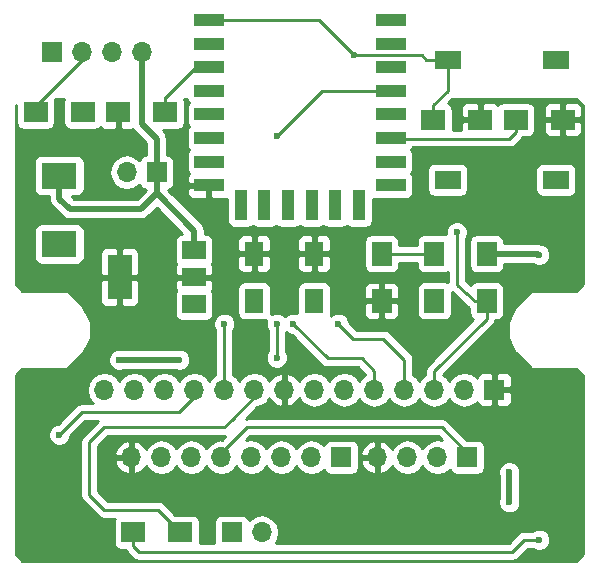
<source format=gtl>
G04 #@! TF.FileFunction,Copper,L1,Top,Signal*
%FSLAX46Y46*%
G04 Gerber Fmt 4.6, Leading zero omitted, Abs format (unit mm)*
G04 Created by KiCad (PCBNEW 4.0.7) date 05/23/18 23:06:23*
%MOMM*%
%LPD*%
G01*
G04 APERTURE LIST*
%ADD10C,0.100000*%
%ADD11R,1.700000X1.700000*%
%ADD12O,1.700000X1.700000*%
%ADD13R,1.600000X2.000000*%
%ADD14R,1.700000X2.000000*%
%ADD15R,2.000000X1.700000*%
%ADD16R,2.180000X1.600000*%
%ADD17R,2.000000X3.800000*%
%ADD18R,2.000000X1.500000*%
%ADD19R,3.000000X2.200000*%
%ADD20R,2.500000X1.100000*%
%ADD21R,1.100000X2.500000*%
%ADD22C,0.600000*%
%ADD23C,0.500000*%
%ADD24C,0.250000*%
%ADD25C,0.254000*%
G04 APERTURE END LIST*
D10*
D11*
X-124841000Y33020000D03*
D12*
X-127381000Y33020000D03*
X-129921000Y33020000D03*
X-132461000Y33020000D03*
D13*
X-137795000Y50260000D03*
X-137795000Y46260000D03*
D14*
X-132080000Y50260000D03*
X-132080000Y46260000D03*
X-127635000Y50260000D03*
X-127635000Y46260000D03*
D15*
X-123730000Y61595000D03*
X-127730000Y61595000D03*
X-154400000Y62230000D03*
X-150400000Y62230000D03*
X-116745000Y61595000D03*
X-120745000Y61595000D03*
D14*
X-123190000Y46260000D03*
X-123190000Y50260000D03*
D16*
X-117330000Y66675000D03*
X-126510000Y66675000D03*
X-117330000Y56515000D03*
X-126510000Y56515000D03*
D17*
X-154280000Y48260000D03*
D18*
X-147980000Y48260000D03*
X-147980000Y50560000D03*
X-147980000Y45960000D03*
D19*
X-159385000Y56875000D03*
X-159385000Y51075000D03*
D13*
X-142875000Y50260000D03*
X-142875000Y46260000D03*
D15*
X-161385000Y62230000D03*
X-157385000Y62230000D03*
D20*
X-146710000Y70050000D03*
X-146710000Y68050000D03*
X-146710000Y66050000D03*
X-146710000Y64050000D03*
X-146710000Y62050000D03*
X-146710000Y60050000D03*
X-146710000Y58050000D03*
X-146710000Y56050000D03*
X-131310000Y56050000D03*
X-131310000Y58050000D03*
X-131310000Y60050000D03*
X-131310000Y62050000D03*
X-131310000Y64050000D03*
X-131310000Y66050000D03*
X-131310000Y68050000D03*
X-131310000Y70050000D03*
D21*
X-144020000Y54350000D03*
X-142020000Y54350000D03*
X-140020000Y54350000D03*
X-138020000Y54350000D03*
X-136020000Y54350000D03*
X-134020000Y54350000D03*
D11*
X-160020000Y67310000D03*
D12*
X-157480000Y67310000D03*
X-154940000Y67310000D03*
X-152400000Y67310000D03*
D11*
X-151130000Y57150000D03*
D12*
X-153670000Y57150000D03*
D11*
X-122555000Y38735000D03*
D12*
X-125095000Y38735000D03*
X-127635000Y38735000D03*
X-130175000Y38735000D03*
X-132715000Y38735000D03*
X-135255000Y38735000D03*
X-137795000Y38735000D03*
X-140335000Y38735000D03*
X-142875000Y38735000D03*
X-145415000Y38735000D03*
X-147955000Y38735000D03*
X-150495000Y38735000D03*
X-153035000Y38735000D03*
X-155575000Y38735000D03*
D15*
X-149130000Y26670000D03*
X-153130000Y26670000D03*
D11*
X-144780000Y26670000D03*
D12*
X-142240000Y26670000D03*
D11*
X-135509000Y33020000D03*
D12*
X-138049000Y33020000D03*
X-140589000Y33020000D03*
X-143129000Y33020000D03*
X-145669000Y33020000D03*
X-148209000Y33020000D03*
X-150749000Y33020000D03*
X-153289000Y33020000D03*
D22*
X-154305000Y41275000D03*
X-149225000Y41275000D03*
X-121285000Y29210000D03*
X-121285000Y31750000D03*
X-118745000Y50165000D03*
X-117330000Y66675000D03*
X-117348000Y56515000D03*
X-123190000Y50260000D03*
X-127635000Y46228000D03*
X-137795000Y46260000D03*
X-142875000Y46228000D03*
X-147980000Y45960000D03*
X-159385000Y51054000D03*
X-132010000Y56050000D03*
X-120745000Y61595000D03*
X-131953000Y58039000D03*
X-125730000Y52070000D03*
X-132010000Y62050000D03*
X-126492000Y56515000D03*
X-146010000Y64050000D03*
X-139573000Y44323000D03*
X-145415000Y44323000D03*
X-146010000Y62050000D03*
X-118745000Y26035000D03*
X-153035000Y26670000D03*
X-146010000Y60050000D03*
X-146010000Y58050000D03*
X-159385000Y34925000D03*
X-140970000Y41465500D03*
X-140970000Y44323000D03*
X-140970000Y60261500D03*
X-132010000Y66050000D03*
X-131953000Y70040500D03*
X-132010000Y68050000D03*
X-157353000Y62230000D03*
X-134429500Y67056000D03*
X-135763000Y44323000D03*
D23*
X-154305000Y41275000D02*
X-149225000Y41275000D01*
X-121285000Y29210000D02*
X-121285000Y31750000D01*
X-123190000Y50260000D02*
X-118840000Y50260000D01*
X-118840000Y50260000D02*
X-118745000Y50165000D01*
X-117348000Y56515000D02*
X-117330000Y56515000D01*
X-127635000Y46228000D02*
X-127635000Y46260000D01*
X-142875000Y46228000D02*
X-142875000Y46260000D01*
X-159385000Y51054000D02*
X-159385000Y51075000D01*
X-131405000Y56080000D02*
X-132010000Y56050000D01*
X-151130000Y57150000D02*
X-151130000Y55372000D01*
X-151130000Y55372000D02*
X-147955000Y52197000D01*
X-147955000Y52197000D02*
X-147955000Y50585000D01*
X-147955000Y50585000D02*
X-147980000Y50560000D01*
X-159385000Y54927500D02*
X-159385000Y56875000D01*
X-158496000Y54038500D02*
X-159385000Y54927500D01*
X-152463500Y54038500D02*
X-158496000Y54038500D01*
X-151130000Y55372000D02*
X-152463500Y54038500D01*
X-152400000Y67310000D02*
X-152400000Y61277500D01*
X-151130000Y60007500D02*
X-151130000Y57150000D01*
X-152400000Y61277500D02*
X-151130000Y60007500D01*
D24*
X-132080000Y50260000D02*
X-127635000Y50260000D01*
X-150400000Y62230000D02*
X-150400000Y63500000D01*
X-150400000Y63468000D02*
X-147818000Y66050000D01*
X-147818000Y66050000D02*
X-146010000Y66050000D01*
X-150400000Y63500000D02*
X-150400000Y63468000D01*
X-120745000Y61595000D02*
X-120745000Y60547500D01*
X-131967500Y60007500D02*
X-121285000Y60007500D01*
X-120745000Y60547500D02*
X-121285000Y60007500D01*
X-131967500Y60007500D02*
X-132010000Y60050000D01*
X-123190000Y46260000D02*
X-123190000Y44767500D01*
X-127635000Y40322500D02*
X-127635000Y38735000D01*
X-123190000Y44767500D02*
X-127635000Y40322500D01*
X-123190000Y46260000D02*
X-124174500Y46260000D01*
X-131953000Y58039000D02*
X-132010000Y58050000D01*
X-125730000Y47625000D02*
X-125730000Y52070000D01*
X-124174500Y46260000D02*
X-125730000Y47625000D01*
X-126510000Y56515000D02*
X-126492000Y56515000D01*
X-132715000Y38735000D02*
X-132715000Y40322500D01*
X-133794500Y41402000D02*
X-132715000Y40322500D01*
X-136652000Y41402000D02*
X-133794500Y41402000D01*
X-139573000Y44323000D02*
X-136652000Y41402000D01*
X-145415000Y44323000D02*
X-145415000Y38735000D01*
X-153130000Y26670000D02*
X-153130000Y25495000D01*
X-120015000Y26035000D02*
X-118745000Y26035000D01*
X-121031000Y25019000D02*
X-120015000Y26035000D01*
X-152654000Y25019000D02*
X-121031000Y25019000D01*
X-153130000Y25495000D02*
X-152654000Y25019000D01*
X-153035000Y26670000D02*
X-153130000Y26670000D01*
X-147955000Y38735000D02*
X-147955000Y38100000D01*
X-147955000Y38100000D02*
X-149225000Y36830000D01*
X-159385000Y34925000D02*
X-159385000Y34925000D01*
X-157480000Y36830000D02*
X-159385000Y34925000D01*
X-149225000Y36830000D02*
X-157480000Y36830000D01*
X-132010000Y64050000D02*
X-137181500Y64050000D01*
X-140970000Y44323000D02*
X-140970000Y41465500D01*
X-137181500Y64050000D02*
X-140970000Y60261500D01*
X-145415000Y33020000D02*
X-145415000Y33655000D01*
X-145415000Y33655000D02*
X-143510000Y35560000D01*
X-143510000Y35560000D02*
X-127000000Y35560000D01*
X-127000000Y35560000D02*
X-125095000Y33655000D01*
X-125095000Y33655000D02*
X-125095000Y33020000D01*
X-161385000Y62230000D02*
X-161385000Y62770000D01*
X-161385000Y62770000D02*
X-157480000Y66675000D01*
X-157480000Y66675000D02*
X-157480000Y67310000D01*
X-161353500Y62261500D02*
X-161385000Y62230000D01*
X-132010000Y70050000D02*
X-131953000Y70040500D01*
X-157353000Y62230000D02*
X-157385000Y62230000D01*
X-130175000Y38735000D02*
X-130175000Y41275000D01*
X-131953000Y43053000D02*
X-130175000Y41275000D01*
X-134493000Y43053000D02*
X-131953000Y43053000D01*
X-135763000Y44323000D02*
X-134493000Y43053000D01*
X-127730000Y61595000D02*
X-127730000Y62833500D01*
X-126510000Y64053500D02*
X-126510000Y66675000D01*
X-127730000Y62833500D02*
X-126510000Y64053500D01*
X-126510000Y66675000D02*
X-128333500Y66675000D01*
X-137423500Y70050000D02*
X-146010000Y70050000D01*
X-134429500Y67056000D02*
X-137423500Y70050000D01*
X-128714500Y67056000D02*
X-134429500Y67056000D01*
X-128333500Y66675000D02*
X-128714500Y67056000D01*
X-142875000Y38735000D02*
X-142875000Y38100000D01*
X-142875000Y38100000D02*
X-144780000Y36195000D01*
X-144780000Y36195000D02*
X-145415000Y35560000D01*
X-145415000Y35560000D02*
X-155575000Y35560000D01*
X-155575000Y35560000D02*
X-156845000Y34290000D01*
X-156845000Y34290000D02*
X-156845000Y29845000D01*
X-156845000Y29845000D02*
X-155575000Y28575000D01*
X-155575000Y28575000D02*
X-151035000Y28575000D01*
X-151035000Y28575000D02*
X-149130000Y26670000D01*
D25*
G36*
X-158981431Y63331890D02*
X-159032440Y63080000D01*
X-159032440Y61380000D01*
X-158988162Y61144683D01*
X-158849090Y60928559D01*
X-158636890Y60783569D01*
X-158385000Y60732560D01*
X-156385000Y60732560D01*
X-156149683Y60776838D01*
X-155933559Y60915910D01*
X-155893120Y60975094D01*
X-155759698Y60841673D01*
X-155526309Y60745000D01*
X-154685750Y60745000D01*
X-154527000Y60903750D01*
X-154527000Y62103000D01*
X-154547000Y62103000D01*
X-154547000Y62357000D01*
X-154527000Y62357000D01*
X-154527000Y62377000D01*
X-154273000Y62377000D01*
X-154273000Y62357000D01*
X-154253000Y62357000D01*
X-154253000Y62103000D01*
X-154273000Y62103000D01*
X-154273000Y60903750D01*
X-154114250Y60745000D01*
X-153273691Y60745000D01*
X-153128350Y60805202D01*
X-153118488Y60790443D01*
X-153025790Y60651710D01*
X-152015000Y59640921D01*
X-152015000Y58640854D01*
X-152215317Y58603162D01*
X-152431441Y58464090D01*
X-152576431Y58251890D01*
X-152590086Y58184459D01*
X-152619946Y58229147D01*
X-153101715Y58551054D01*
X-153670000Y58664093D01*
X-154238285Y58551054D01*
X-154720054Y58229147D01*
X-155041961Y57747378D01*
X-155155000Y57179093D01*
X-155155000Y57120907D01*
X-155041961Y56552622D01*
X-154720054Y56070853D01*
X-154238285Y55748946D01*
X-153670000Y55635907D01*
X-153101715Y55748946D01*
X-152619946Y56070853D01*
X-152592150Y56112452D01*
X-152583162Y56064683D01*
X-152444090Y55848559D01*
X-152231890Y55703569D01*
X-152080639Y55672940D01*
X-152830080Y54923500D01*
X-158129421Y54923500D01*
X-158333480Y55127560D01*
X-157885000Y55127560D01*
X-157649683Y55171838D01*
X-157433559Y55310910D01*
X-157288569Y55523110D01*
X-157237560Y55775000D01*
X-157237560Y57975000D01*
X-157281838Y58210317D01*
X-157420910Y58426441D01*
X-157633110Y58571431D01*
X-157885000Y58622440D01*
X-160885000Y58622440D01*
X-161120317Y58578162D01*
X-161336441Y58439090D01*
X-161481431Y58226890D01*
X-161532440Y57975000D01*
X-161532440Y55775000D01*
X-161488162Y55539683D01*
X-161349090Y55323559D01*
X-161136890Y55178569D01*
X-160885000Y55127560D01*
X-160270000Y55127560D01*
X-160270000Y54927505D01*
X-160270001Y54927500D01*
X-160233939Y54746210D01*
X-160202633Y54588825D01*
X-160134596Y54487000D01*
X-160010790Y54301710D01*
X-159121792Y53412713D01*
X-159121790Y53412710D01*
X-158834675Y53220867D01*
X-158778484Y53209690D01*
X-158496000Y53153499D01*
X-158495995Y53153500D01*
X-152463505Y53153500D01*
X-152463500Y53153499D01*
X-152181016Y53209690D01*
X-152124825Y53220867D01*
X-151837710Y53412710D01*
X-151130000Y54120420D01*
X-148967019Y51957440D01*
X-148980000Y51957440D01*
X-149215317Y51913162D01*
X-149431441Y51774090D01*
X-149576431Y51561890D01*
X-149627440Y51310000D01*
X-149627440Y49810000D01*
X-149583162Y49574683D01*
X-149477518Y49410508D01*
X-149518327Y49369699D01*
X-149615000Y49136310D01*
X-149615000Y48545750D01*
X-149456250Y48387000D01*
X-148107000Y48387000D01*
X-148107000Y48407000D01*
X-147853000Y48407000D01*
X-147853000Y48387000D01*
X-146503750Y48387000D01*
X-146345000Y48545750D01*
X-146345000Y49136310D01*
X-146441673Y49369699D01*
X-146483634Y49411660D01*
X-146383569Y49558110D01*
X-146332560Y49810000D01*
X-146332560Y49974250D01*
X-144310000Y49974250D01*
X-144310000Y49133691D01*
X-144213327Y48900302D01*
X-144034699Y48721673D01*
X-143801310Y48625000D01*
X-143160750Y48625000D01*
X-143002000Y48783750D01*
X-143002000Y50133000D01*
X-142748000Y50133000D01*
X-142748000Y48783750D01*
X-142589250Y48625000D01*
X-141948690Y48625000D01*
X-141715301Y48721673D01*
X-141536673Y48900302D01*
X-141440000Y49133691D01*
X-141440000Y49974250D01*
X-139230000Y49974250D01*
X-139230000Y49133691D01*
X-139133327Y48900302D01*
X-138954699Y48721673D01*
X-138721310Y48625000D01*
X-138080750Y48625000D01*
X-137922000Y48783750D01*
X-137922000Y50133000D01*
X-137668000Y50133000D01*
X-137668000Y48783750D01*
X-137509250Y48625000D01*
X-136868690Y48625000D01*
X-136635301Y48721673D01*
X-136456673Y48900302D01*
X-136360000Y49133691D01*
X-136360000Y49974250D01*
X-136518750Y50133000D01*
X-137668000Y50133000D01*
X-137922000Y50133000D01*
X-139071250Y50133000D01*
X-139230000Y49974250D01*
X-141440000Y49974250D01*
X-141598750Y50133000D01*
X-142748000Y50133000D01*
X-143002000Y50133000D01*
X-144151250Y50133000D01*
X-144310000Y49974250D01*
X-146332560Y49974250D01*
X-146332560Y51310000D01*
X-146346918Y51386309D01*
X-144310000Y51386309D01*
X-144310000Y50545750D01*
X-144151250Y50387000D01*
X-143002000Y50387000D01*
X-143002000Y51736250D01*
X-142748000Y51736250D01*
X-142748000Y50387000D01*
X-141598750Y50387000D01*
X-141440000Y50545750D01*
X-141440000Y51386309D01*
X-139230000Y51386309D01*
X-139230000Y50545750D01*
X-139071250Y50387000D01*
X-137922000Y50387000D01*
X-137922000Y51736250D01*
X-137668000Y51736250D01*
X-137668000Y50387000D01*
X-136518750Y50387000D01*
X-136360000Y50545750D01*
X-136360000Y51386309D01*
X-136456673Y51619698D01*
X-136635301Y51798327D01*
X-136868690Y51895000D01*
X-137509250Y51895000D01*
X-137668000Y51736250D01*
X-137922000Y51736250D01*
X-138080750Y51895000D01*
X-138721310Y51895000D01*
X-138954699Y51798327D01*
X-139133327Y51619698D01*
X-139230000Y51386309D01*
X-141440000Y51386309D01*
X-141536673Y51619698D01*
X-141715301Y51798327D01*
X-141948690Y51895000D01*
X-142589250Y51895000D01*
X-142748000Y51736250D01*
X-143002000Y51736250D01*
X-143160750Y51895000D01*
X-143801310Y51895000D01*
X-144034699Y51798327D01*
X-144213327Y51619698D01*
X-144310000Y51386309D01*
X-146346918Y51386309D01*
X-146376838Y51545317D01*
X-146515910Y51761441D01*
X-146728110Y51906431D01*
X-146980000Y51957440D01*
X-147070000Y51957440D01*
X-147070000Y52196995D01*
X-147069999Y52197000D01*
X-147137367Y52535674D01*
X-147137367Y52535675D01*
X-147329210Y52822790D01*
X-147329213Y52822792D01*
X-150178145Y55671725D01*
X-150044683Y55696838D01*
X-149939922Y55764250D01*
X-148595000Y55764250D01*
X-148595000Y55373690D01*
X-148498327Y55140301D01*
X-148319698Y54961673D01*
X-148086309Y54865000D01*
X-146995750Y54865000D01*
X-146837000Y55023750D01*
X-146837000Y55923000D01*
X-148436250Y55923000D01*
X-148595000Y55764250D01*
X-149939922Y55764250D01*
X-149828559Y55835910D01*
X-149683569Y56048110D01*
X-149632560Y56300000D01*
X-149632560Y58000000D01*
X-149676838Y58235317D01*
X-149815910Y58451441D01*
X-150028110Y58596431D01*
X-150245000Y58640352D01*
X-150245000Y60007495D01*
X-150244999Y60007500D01*
X-150312367Y60346175D01*
X-150343320Y60392500D01*
X-150504210Y60633290D01*
X-150504213Y60633292D01*
X-150603481Y60732560D01*
X-149400000Y60732560D01*
X-149164683Y60776838D01*
X-148948559Y60915910D01*
X-148803569Y61128110D01*
X-148752560Y61380000D01*
X-148752560Y63080000D01*
X-148796838Y63315317D01*
X-148833956Y63373000D01*
X-148583543Y63373000D01*
X-148563162Y63264683D01*
X-148424090Y63048559D01*
X-148422701Y63047610D01*
X-148556431Y62851890D01*
X-148607440Y62600000D01*
X-148607440Y61500000D01*
X-148563162Y61264683D01*
X-148424090Y61048559D01*
X-148422701Y61047610D01*
X-148556431Y60851890D01*
X-148607440Y60600000D01*
X-148607440Y59500000D01*
X-148563162Y59264683D01*
X-148424090Y59048559D01*
X-148422701Y59047610D01*
X-148556431Y58851890D01*
X-148607440Y58600000D01*
X-148607440Y57500000D01*
X-148563162Y57264683D01*
X-148424090Y57048559D01*
X-148415402Y57042623D01*
X-148498327Y56959699D01*
X-148595000Y56726310D01*
X-148595000Y56335750D01*
X-148436250Y56177000D01*
X-146837000Y56177000D01*
X-146837000Y56197000D01*
X-146583000Y56197000D01*
X-146583000Y56177000D01*
X-146563000Y56177000D01*
X-146563000Y55923000D01*
X-146583000Y55923000D01*
X-146583000Y55023750D01*
X-146424250Y54865000D01*
X-145333691Y54865000D01*
X-145217440Y54913153D01*
X-145217440Y53100000D01*
X-145173162Y52864683D01*
X-145034090Y52648559D01*
X-144821890Y52503569D01*
X-144570000Y52452560D01*
X-143470000Y52452560D01*
X-143234683Y52496838D01*
X-143018559Y52635910D01*
X-143017610Y52637299D01*
X-142821890Y52503569D01*
X-142570000Y52452560D01*
X-141470000Y52452560D01*
X-141234683Y52496838D01*
X-141018559Y52635910D01*
X-141017610Y52637299D01*
X-140821890Y52503569D01*
X-140570000Y52452560D01*
X-139470000Y52452560D01*
X-139234683Y52496838D01*
X-139018559Y52635910D01*
X-139017610Y52637299D01*
X-138821890Y52503569D01*
X-138570000Y52452560D01*
X-137470000Y52452560D01*
X-137234683Y52496838D01*
X-137018559Y52635910D01*
X-137017610Y52637299D01*
X-136821890Y52503569D01*
X-136570000Y52452560D01*
X-135470000Y52452560D01*
X-135234683Y52496838D01*
X-135018559Y52635910D01*
X-135017610Y52637299D01*
X-134821890Y52503569D01*
X-134570000Y52452560D01*
X-133470000Y52452560D01*
X-133234683Y52496838D01*
X-133018559Y52635910D01*
X-132873569Y52848110D01*
X-132822560Y53100000D01*
X-132822560Y54910859D01*
X-132811890Y54903569D01*
X-132560000Y54852560D01*
X-130060000Y54852560D01*
X-129824683Y54896838D01*
X-129608559Y55035910D01*
X-129463569Y55248110D01*
X-129412560Y55500000D01*
X-129412560Y56600000D01*
X-129456838Y56835317D01*
X-129595910Y57051441D01*
X-129597299Y57052390D01*
X-129463569Y57248110D01*
X-129450024Y57315000D01*
X-128247440Y57315000D01*
X-128247440Y55715000D01*
X-128203162Y55479683D01*
X-128064090Y55263559D01*
X-127851890Y55118569D01*
X-127600000Y55067560D01*
X-125420000Y55067560D01*
X-125184683Y55111838D01*
X-124968559Y55250910D01*
X-124823569Y55463110D01*
X-124772560Y55715000D01*
X-124772560Y57315000D01*
X-119067440Y57315000D01*
X-119067440Y55715000D01*
X-119023162Y55479683D01*
X-118884090Y55263559D01*
X-118671890Y55118569D01*
X-118420000Y55067560D01*
X-116240000Y55067560D01*
X-116004683Y55111838D01*
X-115788559Y55250910D01*
X-115643569Y55463110D01*
X-115592560Y55715000D01*
X-115592560Y57315000D01*
X-115636838Y57550317D01*
X-115775910Y57766441D01*
X-115988110Y57911431D01*
X-116240000Y57962440D01*
X-118420000Y57962440D01*
X-118655317Y57918162D01*
X-118871441Y57779090D01*
X-119016431Y57566890D01*
X-119067440Y57315000D01*
X-124772560Y57315000D01*
X-124816838Y57550317D01*
X-124955910Y57766441D01*
X-125168110Y57911431D01*
X-125420000Y57962440D01*
X-127600000Y57962440D01*
X-127835317Y57918162D01*
X-128051441Y57779090D01*
X-128196431Y57566890D01*
X-128247440Y57315000D01*
X-129450024Y57315000D01*
X-129412560Y57500000D01*
X-129412560Y58600000D01*
X-129456838Y58835317D01*
X-129595910Y59051441D01*
X-129597299Y59052390D01*
X-129463986Y59247500D01*
X-121285000Y59247500D01*
X-120994161Y59305352D01*
X-120747599Y59470099D01*
X-120207599Y60010099D01*
X-120149159Y60097560D01*
X-119745000Y60097560D01*
X-119509683Y60141838D01*
X-119293559Y60280910D01*
X-119148569Y60493110D01*
X-119097560Y60745000D01*
X-119097560Y61309250D01*
X-118380000Y61309250D01*
X-118380000Y60618690D01*
X-118283327Y60385301D01*
X-118104698Y60206673D01*
X-117871309Y60110000D01*
X-117030750Y60110000D01*
X-116872000Y60268750D01*
X-116872000Y61468000D01*
X-116618000Y61468000D01*
X-116618000Y60268750D01*
X-116459250Y60110000D01*
X-115618691Y60110000D01*
X-115385302Y60206673D01*
X-115206673Y60385301D01*
X-115110000Y60618690D01*
X-115110000Y61309250D01*
X-115268750Y61468000D01*
X-116618000Y61468000D01*
X-116872000Y61468000D01*
X-118221250Y61468000D01*
X-118380000Y61309250D01*
X-119097560Y61309250D01*
X-119097560Y62445000D01*
X-119121326Y62571310D01*
X-118380000Y62571310D01*
X-118380000Y61880750D01*
X-118221250Y61722000D01*
X-116872000Y61722000D01*
X-116872000Y62921250D01*
X-116618000Y62921250D01*
X-116618000Y61722000D01*
X-115268750Y61722000D01*
X-115110000Y61880750D01*
X-115110000Y62571310D01*
X-115206673Y62804699D01*
X-115385302Y62983327D01*
X-115618691Y63080000D01*
X-116459250Y63080000D01*
X-116618000Y62921250D01*
X-116872000Y62921250D01*
X-117030750Y63080000D01*
X-117871309Y63080000D01*
X-118104698Y62983327D01*
X-118283327Y62804699D01*
X-118380000Y62571310D01*
X-119121326Y62571310D01*
X-119141838Y62680317D01*
X-119280910Y62896441D01*
X-119493110Y63041431D01*
X-119745000Y63092440D01*
X-121745000Y63092440D01*
X-121980317Y63048162D01*
X-122196441Y62909090D01*
X-122236880Y62849906D01*
X-122370302Y62983327D01*
X-122603691Y63080000D01*
X-123444250Y63080000D01*
X-123603000Y62921250D01*
X-123603000Y61722000D01*
X-123583000Y61722000D01*
X-123583000Y61468000D01*
X-123603000Y61468000D01*
X-123603000Y61448000D01*
X-123857000Y61448000D01*
X-123857000Y61468000D01*
X-125206250Y61468000D01*
X-125365000Y61309250D01*
X-125365000Y60767500D01*
X-126082560Y60767500D01*
X-126082560Y62445000D01*
X-126106326Y62571310D01*
X-125365000Y62571310D01*
X-125365000Y61880750D01*
X-125206250Y61722000D01*
X-123857000Y61722000D01*
X-123857000Y62921250D01*
X-124015750Y63080000D01*
X-124856309Y63080000D01*
X-125089698Y62983327D01*
X-125268327Y62804699D01*
X-125365000Y62571310D01*
X-126106326Y62571310D01*
X-126126838Y62680317D01*
X-126265910Y62896441D01*
X-126459787Y63028911D01*
X-126115698Y63373000D01*
X-115622606Y63373000D01*
X-115062000Y62812394D01*
X-115062000Y47677606D01*
X-115622606Y47117000D01*
X-119380000Y47117000D01*
X-119429410Y47106994D01*
X-119469803Y47079803D01*
X-120739803Y45809803D01*
X-120763592Y45776796D01*
X-121398592Y44506796D01*
X-121412000Y44450000D01*
X-121412000Y43180000D01*
X-121398592Y43123204D01*
X-120763592Y41853204D01*
X-120739803Y41820197D01*
X-119469803Y40550197D01*
X-119427789Y40522334D01*
X-119380000Y40513000D01*
X-115622606Y40513000D01*
X-115062000Y39952394D01*
X-115062000Y24817606D01*
X-115622606Y24257000D01*
X-162507394Y24257000D01*
X-163068000Y24817606D01*
X-163068000Y34739833D01*
X-160320162Y34739833D01*
X-160178117Y34396057D01*
X-159915327Y34132808D01*
X-159571799Y33990162D01*
X-159199833Y33989838D01*
X-158856057Y34131883D01*
X-158592808Y34394673D01*
X-158450162Y34738201D01*
X-158450121Y34785077D01*
X-157165198Y36070000D01*
X-156139802Y36070000D01*
X-157382401Y34827401D01*
X-157547148Y34580839D01*
X-157605000Y34290000D01*
X-157605000Y29845000D01*
X-157547148Y29554161D01*
X-157382401Y29307599D01*
X-156112401Y28037599D01*
X-155865840Y27872852D01*
X-155575000Y27815000D01*
X-154696975Y27815000D01*
X-154726431Y27771890D01*
X-154777440Y27520000D01*
X-154777440Y25820000D01*
X-154733162Y25584683D01*
X-154594090Y25368559D01*
X-154381890Y25223569D01*
X-154130000Y25172560D01*
X-153811033Y25172560D01*
X-153667401Y24957599D01*
X-153191401Y24481599D01*
X-152944839Y24316852D01*
X-152654000Y24259000D01*
X-121031000Y24259000D01*
X-120740161Y24316852D01*
X-120493599Y24481599D01*
X-119700198Y25275000D01*
X-119307463Y25275000D01*
X-119275327Y25242808D01*
X-118931799Y25100162D01*
X-118559833Y25099838D01*
X-118216057Y25241883D01*
X-117952808Y25504673D01*
X-117810162Y25848201D01*
X-117809838Y26220167D01*
X-117951883Y26563943D01*
X-118214673Y26827192D01*
X-118558201Y26969838D01*
X-118930167Y26970162D01*
X-119273943Y26828117D01*
X-119307118Y26795000D01*
X-120015000Y26795000D01*
X-120305839Y26737148D01*
X-120552401Y26572401D01*
X-121345802Y25779000D01*
X-141064230Y25779000D01*
X-140868039Y26072622D01*
X-140755000Y26640907D01*
X-140755000Y26699093D01*
X-140868039Y27267378D01*
X-141189946Y27749147D01*
X-141671715Y28071054D01*
X-142240000Y28184093D01*
X-142808285Y28071054D01*
X-143290054Y27749147D01*
X-143317850Y27707548D01*
X-143326838Y27755317D01*
X-143465910Y27971441D01*
X-143678110Y28116431D01*
X-143930000Y28167440D01*
X-145630000Y28167440D01*
X-145865317Y28123162D01*
X-146081441Y27984090D01*
X-146226431Y27771890D01*
X-146277440Y27520000D01*
X-146277440Y25820000D01*
X-146269725Y25779000D01*
X-147490863Y25779000D01*
X-147482560Y25820000D01*
X-147482560Y27520000D01*
X-147526838Y27755317D01*
X-147665910Y27971441D01*
X-147878110Y28116431D01*
X-148130000Y28167440D01*
X-149552638Y28167440D01*
X-150497599Y29112401D01*
X-150744161Y29277148D01*
X-151035000Y29335000D01*
X-155260198Y29335000D01*
X-156085000Y30159802D01*
X-156085000Y32663108D01*
X-154730486Y32663108D01*
X-154484183Y32138642D01*
X-154055924Y31748355D01*
X-153645890Y31578524D01*
X-153416000Y31699845D01*
X-153416000Y32893000D01*
X-154609819Y32893000D01*
X-154730486Y32663108D01*
X-156085000Y32663108D01*
X-156085000Y33376892D01*
X-154730486Y33376892D01*
X-154609819Y33147000D01*
X-153416000Y33147000D01*
X-153416000Y34340155D01*
X-153645890Y34461476D01*
X-154055924Y34291645D01*
X-154484183Y33901358D01*
X-154730486Y33376892D01*
X-156085000Y33376892D01*
X-156085000Y33975198D01*
X-155260198Y34800000D01*
X-145415000Y34800000D01*
X-145327371Y34817431D01*
X-145620380Y34524422D01*
X-145669000Y34534093D01*
X-146237285Y34421054D01*
X-146719054Y34099147D01*
X-146939000Y33769974D01*
X-147158946Y34099147D01*
X-147640715Y34421054D01*
X-148209000Y34534093D01*
X-148777285Y34421054D01*
X-149259054Y34099147D01*
X-149479000Y33769974D01*
X-149698946Y34099147D01*
X-150180715Y34421054D01*
X-150749000Y34534093D01*
X-151317285Y34421054D01*
X-151799054Y34099147D01*
X-152026702Y33758447D01*
X-152093817Y33901358D01*
X-152522076Y34291645D01*
X-152932110Y34461476D01*
X-153162000Y34340155D01*
X-153162000Y33147000D01*
X-153142000Y33147000D01*
X-153142000Y32893000D01*
X-153162000Y32893000D01*
X-153162000Y31699845D01*
X-152932110Y31578524D01*
X-152522076Y31748355D01*
X-152093817Y32138642D01*
X-152026702Y32281553D01*
X-151799054Y31940853D01*
X-151317285Y31618946D01*
X-150749000Y31505907D01*
X-150180715Y31618946D01*
X-149698946Y31940853D01*
X-149479000Y32270026D01*
X-149259054Y31940853D01*
X-148777285Y31618946D01*
X-148209000Y31505907D01*
X-147640715Y31618946D01*
X-147158946Y31940853D01*
X-146939000Y32270026D01*
X-146719054Y31940853D01*
X-146237285Y31618946D01*
X-145669000Y31505907D01*
X-145100715Y31618946D01*
X-144618946Y31940853D01*
X-144399000Y32270026D01*
X-144179054Y31940853D01*
X-143697285Y31618946D01*
X-143129000Y31505907D01*
X-142560715Y31618946D01*
X-142078946Y31940853D01*
X-141859000Y32270026D01*
X-141639054Y31940853D01*
X-141157285Y31618946D01*
X-140589000Y31505907D01*
X-140020715Y31618946D01*
X-139538946Y31940853D01*
X-139319000Y32270026D01*
X-139099054Y31940853D01*
X-138617285Y31618946D01*
X-138049000Y31505907D01*
X-137480715Y31618946D01*
X-136998946Y31940853D01*
X-136971150Y31982452D01*
X-136962162Y31934683D01*
X-136823090Y31718559D01*
X-136610890Y31573569D01*
X-136359000Y31522560D01*
X-134659000Y31522560D01*
X-134423683Y31566838D01*
X-134207559Y31705910D01*
X-134062569Y31918110D01*
X-134011560Y32170000D01*
X-134011560Y32663108D01*
X-133902486Y32663108D01*
X-133656183Y32138642D01*
X-133227924Y31748355D01*
X-132817890Y31578524D01*
X-132588000Y31699845D01*
X-132588000Y32893000D01*
X-133781819Y32893000D01*
X-133902486Y32663108D01*
X-134011560Y32663108D01*
X-134011560Y33376892D01*
X-133902486Y33376892D01*
X-133781819Y33147000D01*
X-132588000Y33147000D01*
X-132588000Y34340155D01*
X-132817890Y34461476D01*
X-133227924Y34291645D01*
X-133656183Y33901358D01*
X-133902486Y33376892D01*
X-134011560Y33376892D01*
X-134011560Y33870000D01*
X-134055838Y34105317D01*
X-134194910Y34321441D01*
X-134407110Y34466431D01*
X-134659000Y34517440D01*
X-136359000Y34517440D01*
X-136594317Y34473162D01*
X-136810441Y34334090D01*
X-136955431Y34121890D01*
X-136969086Y34054459D01*
X-136998946Y34099147D01*
X-137480715Y34421054D01*
X-138049000Y34534093D01*
X-138617285Y34421054D01*
X-139099054Y34099147D01*
X-139319000Y33769974D01*
X-139538946Y34099147D01*
X-140020715Y34421054D01*
X-140589000Y34534093D01*
X-141157285Y34421054D01*
X-141639054Y34099147D01*
X-141859000Y33769974D01*
X-142078946Y34099147D01*
X-142560715Y34421054D01*
X-143129000Y34534093D01*
X-143543568Y34451630D01*
X-143195198Y34800000D01*
X-127314802Y34800000D01*
X-126966432Y34451630D01*
X-127381000Y34534093D01*
X-127949285Y34421054D01*
X-128431054Y34099147D01*
X-128651000Y33769974D01*
X-128870946Y34099147D01*
X-129352715Y34421054D01*
X-129921000Y34534093D01*
X-130489285Y34421054D01*
X-130971054Y34099147D01*
X-131198702Y33758447D01*
X-131265817Y33901358D01*
X-131694076Y34291645D01*
X-132104110Y34461476D01*
X-132334000Y34340155D01*
X-132334000Y33147000D01*
X-132314000Y33147000D01*
X-132314000Y32893000D01*
X-132334000Y32893000D01*
X-132334000Y31699845D01*
X-132104110Y31578524D01*
X-131694076Y31748355D01*
X-131265817Y32138642D01*
X-131198702Y32281553D01*
X-130971054Y31940853D01*
X-130489285Y31618946D01*
X-129921000Y31505907D01*
X-129352715Y31618946D01*
X-128870946Y31940853D01*
X-128651000Y32270026D01*
X-128431054Y31940853D01*
X-127949285Y31618946D01*
X-127381000Y31505907D01*
X-126812715Y31618946D01*
X-126330946Y31940853D01*
X-126303150Y31982452D01*
X-126294162Y31934683D01*
X-126155090Y31718559D01*
X-125942890Y31573569D01*
X-125691000Y31522560D01*
X-123991000Y31522560D01*
X-123766339Y31564833D01*
X-122220162Y31564833D01*
X-122170000Y31443431D01*
X-122170000Y29516822D01*
X-122219838Y29396799D01*
X-122220162Y29024833D01*
X-122078117Y28681057D01*
X-121815327Y28417808D01*
X-121471799Y28275162D01*
X-121099833Y28274838D01*
X-120756057Y28416883D01*
X-120492808Y28679673D01*
X-120350162Y29023201D01*
X-120349838Y29395167D01*
X-120400000Y29516569D01*
X-120400000Y31443178D01*
X-120350162Y31563201D01*
X-120349838Y31935167D01*
X-120491883Y32278943D01*
X-120754673Y32542192D01*
X-121098201Y32684838D01*
X-121470167Y32685162D01*
X-121813943Y32543117D01*
X-122077192Y32280327D01*
X-122219838Y31936799D01*
X-122220162Y31564833D01*
X-123766339Y31564833D01*
X-123755683Y31566838D01*
X-123539559Y31705910D01*
X-123394569Y31918110D01*
X-123343560Y32170000D01*
X-123343560Y33870000D01*
X-123387838Y34105317D01*
X-123526910Y34321441D01*
X-123739110Y34466431D01*
X-123991000Y34517440D01*
X-124882638Y34517440D01*
X-126462599Y36097401D01*
X-126709161Y36262148D01*
X-127000000Y36320000D01*
X-143510000Y36320000D01*
X-143597629Y36302569D01*
X-142630696Y37269502D01*
X-142306715Y37333946D01*
X-141824946Y37655853D01*
X-141597298Y37996553D01*
X-141530183Y37853642D01*
X-141101924Y37463355D01*
X-140691890Y37293524D01*
X-140462000Y37414845D01*
X-140462000Y38608000D01*
X-140482000Y38608000D01*
X-140482000Y38862000D01*
X-140462000Y38862000D01*
X-140462000Y40055155D01*
X-140691890Y40176476D01*
X-141101924Y40006645D01*
X-141530183Y39616358D01*
X-141597298Y39473447D01*
X-141824946Y39814147D01*
X-142306715Y40136054D01*
X-142875000Y40249093D01*
X-143443285Y40136054D01*
X-143925054Y39814147D01*
X-144145000Y39484974D01*
X-144364946Y39814147D01*
X-144655000Y40007954D01*
X-144655000Y43760537D01*
X-144622808Y43792673D01*
X-144480162Y44136201D01*
X-144479838Y44508167D01*
X-144621883Y44851943D01*
X-144884673Y45115192D01*
X-145228201Y45257838D01*
X-145600167Y45258162D01*
X-145943943Y45116117D01*
X-146207192Y44853327D01*
X-146349838Y44509799D01*
X-146350162Y44137833D01*
X-146208117Y43794057D01*
X-146175000Y43760882D01*
X-146175000Y40007954D01*
X-146465054Y39814147D01*
X-146685000Y39484974D01*
X-146904946Y39814147D01*
X-147386715Y40136054D01*
X-147955000Y40249093D01*
X-148523285Y40136054D01*
X-149005054Y39814147D01*
X-149225000Y39484974D01*
X-149444946Y39814147D01*
X-149926715Y40136054D01*
X-150495000Y40249093D01*
X-151063285Y40136054D01*
X-151545054Y39814147D01*
X-151765000Y39484974D01*
X-151984946Y39814147D01*
X-152466715Y40136054D01*
X-153035000Y40249093D01*
X-153603285Y40136054D01*
X-154085054Y39814147D01*
X-154305000Y39484974D01*
X-154524946Y39814147D01*
X-155006715Y40136054D01*
X-155575000Y40249093D01*
X-156143285Y40136054D01*
X-156625054Y39814147D01*
X-156946961Y39332378D01*
X-157060000Y38764093D01*
X-157060000Y38705907D01*
X-156946961Y38137622D01*
X-156625054Y37655853D01*
X-156526498Y37590000D01*
X-157480000Y37590000D01*
X-157770839Y37532148D01*
X-158017401Y37367401D01*
X-159524680Y35860122D01*
X-159570167Y35860162D01*
X-159913943Y35718117D01*
X-160177192Y35455327D01*
X-160319838Y35111799D01*
X-160320162Y34739833D01*
X-163068000Y34739833D01*
X-163068000Y39952394D01*
X-162507394Y40513000D01*
X-158750000Y40513000D01*
X-158700590Y40523006D01*
X-158660197Y40550197D01*
X-158120561Y41089833D01*
X-155240162Y41089833D01*
X-155098117Y40746057D01*
X-154835327Y40482808D01*
X-154491799Y40340162D01*
X-154119833Y40339838D01*
X-153998431Y40390000D01*
X-149531822Y40390000D01*
X-149411799Y40340162D01*
X-149039833Y40339838D01*
X-148696057Y40481883D01*
X-148432808Y40744673D01*
X-148290162Y41088201D01*
X-148289838Y41460167D01*
X-148431883Y41803943D01*
X-148694673Y42067192D01*
X-149038201Y42209838D01*
X-149410167Y42210162D01*
X-149531569Y42160000D01*
X-153998178Y42160000D01*
X-154118201Y42209838D01*
X-154490167Y42210162D01*
X-154833943Y42068117D01*
X-155097192Y41805327D01*
X-155239838Y41461799D01*
X-155240162Y41089833D01*
X-158120561Y41089833D01*
X-157390197Y41820197D01*
X-157366408Y41853204D01*
X-156731408Y43123204D01*
X-156718000Y43180000D01*
X-156718000Y44450000D01*
X-156731408Y44506796D01*
X-157366408Y45776796D01*
X-157390197Y45809803D01*
X-158660197Y47079803D01*
X-158702211Y47107666D01*
X-158750000Y47117000D01*
X-162507394Y47117000D01*
X-163068000Y47677606D01*
X-163068000Y47974250D01*
X-155915000Y47974250D01*
X-155915000Y46233690D01*
X-155818327Y46000301D01*
X-155639698Y45821673D01*
X-155406309Y45725000D01*
X-154565750Y45725000D01*
X-154407000Y45883750D01*
X-154407000Y48133000D01*
X-154153000Y48133000D01*
X-154153000Y45883750D01*
X-153994250Y45725000D01*
X-153153691Y45725000D01*
X-152920302Y45821673D01*
X-152741673Y46000301D01*
X-152645000Y46233690D01*
X-152645000Y46710000D01*
X-149627440Y46710000D01*
X-149627440Y45210000D01*
X-149583162Y44974683D01*
X-149444090Y44758559D01*
X-149231890Y44613569D01*
X-148980000Y44562560D01*
X-146980000Y44562560D01*
X-146744683Y44606838D01*
X-146528559Y44745910D01*
X-146383569Y44958110D01*
X-146332560Y45210000D01*
X-146332560Y46710000D01*
X-146376838Y46945317D01*
X-146482482Y47109492D01*
X-146441673Y47150301D01*
X-146396235Y47260000D01*
X-144322440Y47260000D01*
X-144322440Y45260000D01*
X-144278162Y45024683D01*
X-144139090Y44808559D01*
X-143926890Y44663569D01*
X-143675000Y44612560D01*
X-142075000Y44612560D01*
X-141844129Y44656001D01*
X-141904838Y44509799D01*
X-141905162Y44137833D01*
X-141763117Y43794057D01*
X-141730000Y43760882D01*
X-141730000Y42027963D01*
X-141762192Y41995827D01*
X-141904838Y41652299D01*
X-141905162Y41280333D01*
X-141763117Y40936557D01*
X-141500327Y40673308D01*
X-141156799Y40530662D01*
X-140784833Y40530338D01*
X-140441057Y40672383D01*
X-140177808Y40935173D01*
X-140035162Y41278701D01*
X-140034838Y41650667D01*
X-140176883Y41994443D01*
X-140210000Y42027618D01*
X-140210000Y43637667D01*
X-140103327Y43530808D01*
X-139759799Y43388162D01*
X-139712923Y43388121D01*
X-137189401Y40864599D01*
X-136942839Y40699852D01*
X-136652000Y40642000D01*
X-134109302Y40642000D01*
X-133475154Y40007852D01*
X-133765054Y39814147D01*
X-133985000Y39484974D01*
X-134204946Y39814147D01*
X-134686715Y40136054D01*
X-135255000Y40249093D01*
X-135823285Y40136054D01*
X-136305054Y39814147D01*
X-136525000Y39484974D01*
X-136744946Y39814147D01*
X-137226715Y40136054D01*
X-137795000Y40249093D01*
X-138363285Y40136054D01*
X-138845054Y39814147D01*
X-139072702Y39473447D01*
X-139139817Y39616358D01*
X-139568076Y40006645D01*
X-139978110Y40176476D01*
X-140208000Y40055155D01*
X-140208000Y38862000D01*
X-140188000Y38862000D01*
X-140188000Y38608000D01*
X-140208000Y38608000D01*
X-140208000Y37414845D01*
X-139978110Y37293524D01*
X-139568076Y37463355D01*
X-139139817Y37853642D01*
X-139072702Y37996553D01*
X-138845054Y37655853D01*
X-138363285Y37333946D01*
X-137795000Y37220907D01*
X-137226715Y37333946D01*
X-136744946Y37655853D01*
X-136525000Y37985026D01*
X-136305054Y37655853D01*
X-135823285Y37333946D01*
X-135255000Y37220907D01*
X-134686715Y37333946D01*
X-134204946Y37655853D01*
X-133985000Y37985026D01*
X-133765054Y37655853D01*
X-133283285Y37333946D01*
X-132715000Y37220907D01*
X-132146715Y37333946D01*
X-131664946Y37655853D01*
X-131445000Y37985026D01*
X-131225054Y37655853D01*
X-130743285Y37333946D01*
X-130175000Y37220907D01*
X-129606715Y37333946D01*
X-129124946Y37655853D01*
X-128905000Y37985026D01*
X-128685054Y37655853D01*
X-128203285Y37333946D01*
X-127635000Y37220907D01*
X-127066715Y37333946D01*
X-126584946Y37655853D01*
X-126365000Y37985026D01*
X-126145054Y37655853D01*
X-125663285Y37333946D01*
X-125095000Y37220907D01*
X-124526715Y37333946D01*
X-124044946Y37655853D01*
X-124015597Y37699777D01*
X-123943327Y37525302D01*
X-123764699Y37346673D01*
X-123531310Y37250000D01*
X-122840750Y37250000D01*
X-122682000Y37408750D01*
X-122682000Y38608000D01*
X-122428000Y38608000D01*
X-122428000Y37408750D01*
X-122269250Y37250000D01*
X-121578690Y37250000D01*
X-121345301Y37346673D01*
X-121166673Y37525302D01*
X-121070000Y37758691D01*
X-121070000Y38449250D01*
X-121228750Y38608000D01*
X-122428000Y38608000D01*
X-122682000Y38608000D01*
X-122702000Y38608000D01*
X-122702000Y38862000D01*
X-122682000Y38862000D01*
X-122682000Y40061250D01*
X-122428000Y40061250D01*
X-122428000Y38862000D01*
X-121228750Y38862000D01*
X-121070000Y39020750D01*
X-121070000Y39711309D01*
X-121166673Y39944698D01*
X-121345301Y40123327D01*
X-121578690Y40220000D01*
X-122269250Y40220000D01*
X-122428000Y40061250D01*
X-122682000Y40061250D01*
X-122840750Y40220000D01*
X-123531310Y40220000D01*
X-123764699Y40123327D01*
X-123943327Y39944698D01*
X-124015597Y39770223D01*
X-124044946Y39814147D01*
X-124526715Y40136054D01*
X-125095000Y40249093D01*
X-125663285Y40136054D01*
X-126145054Y39814147D01*
X-126365000Y39484974D01*
X-126584946Y39814147D01*
X-126874846Y40007852D01*
X-122652599Y44230099D01*
X-122487852Y44476660D01*
X-122460820Y44612560D01*
X-122340000Y44612560D01*
X-122104683Y44656838D01*
X-121888559Y44795910D01*
X-121743569Y45008110D01*
X-121692560Y45260000D01*
X-121692560Y47260000D01*
X-121736838Y47495317D01*
X-121875910Y47711441D01*
X-122088110Y47856431D01*
X-122340000Y47907440D01*
X-124040000Y47907440D01*
X-124275317Y47863162D01*
X-124491441Y47724090D01*
X-124566121Y47614792D01*
X-124970000Y47969208D01*
X-124970000Y51260000D01*
X-124687440Y51260000D01*
X-124687440Y49260000D01*
X-124643162Y49024683D01*
X-124504090Y48808559D01*
X-124291890Y48663569D01*
X-124040000Y48612560D01*
X-122340000Y48612560D01*
X-122104683Y48656838D01*
X-121888559Y48795910D01*
X-121743569Y49008110D01*
X-121692560Y49260000D01*
X-121692560Y49375000D01*
X-119277515Y49375000D01*
X-119275327Y49372808D01*
X-118931799Y49230162D01*
X-118559833Y49229838D01*
X-118216057Y49371883D01*
X-117952808Y49634673D01*
X-117810162Y49978201D01*
X-117809838Y50350167D01*
X-117951883Y50693943D01*
X-118214673Y50957192D01*
X-118495742Y51073903D01*
X-118501325Y51077633D01*
X-118507853Y51078931D01*
X-118558201Y51099838D01*
X-118613196Y51099886D01*
X-118840000Y51145001D01*
X-118840005Y51145000D01*
X-121692560Y51145000D01*
X-121692560Y51260000D01*
X-121736838Y51495317D01*
X-121875910Y51711441D01*
X-122088110Y51856431D01*
X-122340000Y51907440D01*
X-124040000Y51907440D01*
X-124275317Y51863162D01*
X-124491441Y51724090D01*
X-124636431Y51511890D01*
X-124687440Y51260000D01*
X-124970000Y51260000D01*
X-124970000Y51507537D01*
X-124937808Y51539673D01*
X-124795162Y51883201D01*
X-124794838Y52255167D01*
X-124936883Y52598943D01*
X-125199673Y52862192D01*
X-125543201Y53004838D01*
X-125915167Y53005162D01*
X-126258943Y52863117D01*
X-126522192Y52600327D01*
X-126664838Y52256799D01*
X-126665162Y51884833D01*
X-126664413Y51883021D01*
X-126785000Y51907440D01*
X-128485000Y51907440D01*
X-128720317Y51863162D01*
X-128936441Y51724090D01*
X-129081431Y51511890D01*
X-129132440Y51260000D01*
X-129132440Y51020000D01*
X-130582560Y51020000D01*
X-130582560Y51260000D01*
X-130626838Y51495317D01*
X-130765910Y51711441D01*
X-130978110Y51856431D01*
X-131230000Y51907440D01*
X-132930000Y51907440D01*
X-133165317Y51863162D01*
X-133381441Y51724090D01*
X-133526431Y51511890D01*
X-133577440Y51260000D01*
X-133577440Y49260000D01*
X-133533162Y49024683D01*
X-133394090Y48808559D01*
X-133181890Y48663569D01*
X-132930000Y48612560D01*
X-131230000Y48612560D01*
X-130994683Y48656838D01*
X-130778559Y48795910D01*
X-130633569Y49008110D01*
X-130582560Y49260000D01*
X-130582560Y49500000D01*
X-129132440Y49500000D01*
X-129132440Y49260000D01*
X-129088162Y49024683D01*
X-128949090Y48808559D01*
X-128736890Y48663569D01*
X-128485000Y48612560D01*
X-126785000Y48612560D01*
X-126549683Y48656838D01*
X-126490000Y48695243D01*
X-126490000Y47826975D01*
X-126533110Y47856431D01*
X-126785000Y47907440D01*
X-128485000Y47907440D01*
X-128720317Y47863162D01*
X-128936441Y47724090D01*
X-129081431Y47511890D01*
X-129132440Y47260000D01*
X-129132440Y45260000D01*
X-129088162Y45024683D01*
X-128949090Y44808559D01*
X-128736890Y44663569D01*
X-128485000Y44612560D01*
X-126785000Y44612560D01*
X-126549683Y44656838D01*
X-126333559Y44795910D01*
X-126188569Y45008110D01*
X-126137560Y45260000D01*
X-126137560Y46971515D01*
X-124687440Y45698989D01*
X-124687440Y45260000D01*
X-124643162Y45024683D01*
X-124504090Y44808559D01*
X-124337541Y44694761D01*
X-128172401Y40859901D01*
X-128337148Y40613339D01*
X-128395000Y40322500D01*
X-128395000Y40007954D01*
X-128685054Y39814147D01*
X-128905000Y39484974D01*
X-129124946Y39814147D01*
X-129415000Y40007954D01*
X-129415000Y41275000D01*
X-129472852Y41565839D01*
X-129637599Y41812401D01*
X-131415599Y43590401D01*
X-131662161Y43755148D01*
X-131953000Y43813000D01*
X-134178198Y43813000D01*
X-134827878Y44462680D01*
X-134827838Y44508167D01*
X-134969883Y44851943D01*
X-135232673Y45115192D01*
X-135576201Y45257838D01*
X-135948167Y45258162D01*
X-136291943Y45116117D01*
X-136398171Y45010074D01*
X-136347560Y45260000D01*
X-136347560Y45974250D01*
X-133565000Y45974250D01*
X-133565000Y45133691D01*
X-133468327Y44900302D01*
X-133289699Y44721673D01*
X-133056310Y44625000D01*
X-132365750Y44625000D01*
X-132207000Y44783750D01*
X-132207000Y46133000D01*
X-131953000Y46133000D01*
X-131953000Y44783750D01*
X-131794250Y44625000D01*
X-131103690Y44625000D01*
X-130870301Y44721673D01*
X-130691673Y44900302D01*
X-130595000Y45133691D01*
X-130595000Y45974250D01*
X-130753750Y46133000D01*
X-131953000Y46133000D01*
X-132207000Y46133000D01*
X-133406250Y46133000D01*
X-133565000Y45974250D01*
X-136347560Y45974250D01*
X-136347560Y47260000D01*
X-136371326Y47386309D01*
X-133565000Y47386309D01*
X-133565000Y46545750D01*
X-133406250Y46387000D01*
X-132207000Y46387000D01*
X-132207000Y47736250D01*
X-131953000Y47736250D01*
X-131953000Y46387000D01*
X-130753750Y46387000D01*
X-130595000Y46545750D01*
X-130595000Y47386309D01*
X-130691673Y47619698D01*
X-130870301Y47798327D01*
X-131103690Y47895000D01*
X-131794250Y47895000D01*
X-131953000Y47736250D01*
X-132207000Y47736250D01*
X-132365750Y47895000D01*
X-133056310Y47895000D01*
X-133289699Y47798327D01*
X-133468327Y47619698D01*
X-133565000Y47386309D01*
X-136371326Y47386309D01*
X-136391838Y47495317D01*
X-136530910Y47711441D01*
X-136743110Y47856431D01*
X-136995000Y47907440D01*
X-138595000Y47907440D01*
X-138830317Y47863162D01*
X-139046441Y47724090D01*
X-139191431Y47511890D01*
X-139242440Y47260000D01*
X-139242440Y45260000D01*
X-139229814Y45192900D01*
X-139386201Y45257838D01*
X-139758167Y45258162D01*
X-140101943Y45116117D01*
X-140271565Y44946791D01*
X-140439673Y45115192D01*
X-140783201Y45257838D01*
X-141155167Y45258162D01*
X-141452839Y45135167D01*
X-141427560Y45260000D01*
X-141427560Y47260000D01*
X-141471838Y47495317D01*
X-141610910Y47711441D01*
X-141823110Y47856431D01*
X-142075000Y47907440D01*
X-143675000Y47907440D01*
X-143910317Y47863162D01*
X-144126441Y47724090D01*
X-144271431Y47511890D01*
X-144322440Y47260000D01*
X-146396235Y47260000D01*
X-146345000Y47383690D01*
X-146345000Y47974250D01*
X-146503750Y48133000D01*
X-147853000Y48133000D01*
X-147853000Y48113000D01*
X-148107000Y48113000D01*
X-148107000Y48133000D01*
X-149456250Y48133000D01*
X-149615000Y47974250D01*
X-149615000Y47383690D01*
X-149518327Y47150301D01*
X-149476366Y47108340D01*
X-149576431Y46961890D01*
X-149627440Y46710000D01*
X-152645000Y46710000D01*
X-152645000Y47974250D01*
X-152803750Y48133000D01*
X-154153000Y48133000D01*
X-154407000Y48133000D01*
X-155756250Y48133000D01*
X-155915000Y47974250D01*
X-163068000Y47974250D01*
X-163068000Y52175000D01*
X-161532440Y52175000D01*
X-161532440Y49975000D01*
X-161488162Y49739683D01*
X-161349090Y49523559D01*
X-161136890Y49378569D01*
X-160885000Y49327560D01*
X-157885000Y49327560D01*
X-157649683Y49371838D01*
X-157433559Y49510910D01*
X-157288569Y49723110D01*
X-157237560Y49975000D01*
X-157237560Y50286310D01*
X-155915000Y50286310D01*
X-155915000Y48545750D01*
X-155756250Y48387000D01*
X-154407000Y48387000D01*
X-154407000Y50636250D01*
X-154153000Y50636250D01*
X-154153000Y48387000D01*
X-152803750Y48387000D01*
X-152645000Y48545750D01*
X-152645000Y50286310D01*
X-152741673Y50519699D01*
X-152920302Y50698327D01*
X-153153691Y50795000D01*
X-153994250Y50795000D01*
X-154153000Y50636250D01*
X-154407000Y50636250D01*
X-154565750Y50795000D01*
X-155406309Y50795000D01*
X-155639698Y50698327D01*
X-155818327Y50519699D01*
X-155915000Y50286310D01*
X-157237560Y50286310D01*
X-157237560Y52175000D01*
X-157281838Y52410317D01*
X-157420910Y52626441D01*
X-157633110Y52771431D01*
X-157885000Y52822440D01*
X-160885000Y52822440D01*
X-161120317Y52778162D01*
X-161336441Y52639090D01*
X-161481431Y52426890D01*
X-161532440Y52175000D01*
X-163068000Y52175000D01*
X-163068000Y62812394D01*
X-163032440Y62847954D01*
X-163032440Y61380000D01*
X-162988162Y61144683D01*
X-162849090Y60928559D01*
X-162636890Y60783569D01*
X-162385000Y60732560D01*
X-160385000Y60732560D01*
X-160149683Y60776838D01*
X-159933559Y60915910D01*
X-159788569Y61128110D01*
X-159737560Y61380000D01*
X-159737560Y63080000D01*
X-159779153Y63301045D01*
X-159707198Y63373000D01*
X-158953342Y63373000D01*
X-158981431Y63331890D01*
X-158981431Y63331890D01*
G37*
X-158981431Y63331890D02*
X-159032440Y63080000D01*
X-159032440Y61380000D01*
X-158988162Y61144683D01*
X-158849090Y60928559D01*
X-158636890Y60783569D01*
X-158385000Y60732560D01*
X-156385000Y60732560D01*
X-156149683Y60776838D01*
X-155933559Y60915910D01*
X-155893120Y60975094D01*
X-155759698Y60841673D01*
X-155526309Y60745000D01*
X-154685750Y60745000D01*
X-154527000Y60903750D01*
X-154527000Y62103000D01*
X-154547000Y62103000D01*
X-154547000Y62357000D01*
X-154527000Y62357000D01*
X-154527000Y62377000D01*
X-154273000Y62377000D01*
X-154273000Y62357000D01*
X-154253000Y62357000D01*
X-154253000Y62103000D01*
X-154273000Y62103000D01*
X-154273000Y60903750D01*
X-154114250Y60745000D01*
X-153273691Y60745000D01*
X-153128350Y60805202D01*
X-153118488Y60790443D01*
X-153025790Y60651710D01*
X-152015000Y59640921D01*
X-152015000Y58640854D01*
X-152215317Y58603162D01*
X-152431441Y58464090D01*
X-152576431Y58251890D01*
X-152590086Y58184459D01*
X-152619946Y58229147D01*
X-153101715Y58551054D01*
X-153670000Y58664093D01*
X-154238285Y58551054D01*
X-154720054Y58229147D01*
X-155041961Y57747378D01*
X-155155000Y57179093D01*
X-155155000Y57120907D01*
X-155041961Y56552622D01*
X-154720054Y56070853D01*
X-154238285Y55748946D01*
X-153670000Y55635907D01*
X-153101715Y55748946D01*
X-152619946Y56070853D01*
X-152592150Y56112452D01*
X-152583162Y56064683D01*
X-152444090Y55848559D01*
X-152231890Y55703569D01*
X-152080639Y55672940D01*
X-152830080Y54923500D01*
X-158129421Y54923500D01*
X-158333480Y55127560D01*
X-157885000Y55127560D01*
X-157649683Y55171838D01*
X-157433559Y55310910D01*
X-157288569Y55523110D01*
X-157237560Y55775000D01*
X-157237560Y57975000D01*
X-157281838Y58210317D01*
X-157420910Y58426441D01*
X-157633110Y58571431D01*
X-157885000Y58622440D01*
X-160885000Y58622440D01*
X-161120317Y58578162D01*
X-161336441Y58439090D01*
X-161481431Y58226890D01*
X-161532440Y57975000D01*
X-161532440Y55775000D01*
X-161488162Y55539683D01*
X-161349090Y55323559D01*
X-161136890Y55178569D01*
X-160885000Y55127560D01*
X-160270000Y55127560D01*
X-160270000Y54927505D01*
X-160270001Y54927500D01*
X-160233939Y54746210D01*
X-160202633Y54588825D01*
X-160134596Y54487000D01*
X-160010790Y54301710D01*
X-159121792Y53412713D01*
X-159121790Y53412710D01*
X-158834675Y53220867D01*
X-158778484Y53209690D01*
X-158496000Y53153499D01*
X-158495995Y53153500D01*
X-152463505Y53153500D01*
X-152463500Y53153499D01*
X-152181016Y53209690D01*
X-152124825Y53220867D01*
X-151837710Y53412710D01*
X-151130000Y54120420D01*
X-148967019Y51957440D01*
X-148980000Y51957440D01*
X-149215317Y51913162D01*
X-149431441Y51774090D01*
X-149576431Y51561890D01*
X-149627440Y51310000D01*
X-149627440Y49810000D01*
X-149583162Y49574683D01*
X-149477518Y49410508D01*
X-149518327Y49369699D01*
X-149615000Y49136310D01*
X-149615000Y48545750D01*
X-149456250Y48387000D01*
X-148107000Y48387000D01*
X-148107000Y48407000D01*
X-147853000Y48407000D01*
X-147853000Y48387000D01*
X-146503750Y48387000D01*
X-146345000Y48545750D01*
X-146345000Y49136310D01*
X-146441673Y49369699D01*
X-146483634Y49411660D01*
X-146383569Y49558110D01*
X-146332560Y49810000D01*
X-146332560Y49974250D01*
X-144310000Y49974250D01*
X-144310000Y49133691D01*
X-144213327Y48900302D01*
X-144034699Y48721673D01*
X-143801310Y48625000D01*
X-143160750Y48625000D01*
X-143002000Y48783750D01*
X-143002000Y50133000D01*
X-142748000Y50133000D01*
X-142748000Y48783750D01*
X-142589250Y48625000D01*
X-141948690Y48625000D01*
X-141715301Y48721673D01*
X-141536673Y48900302D01*
X-141440000Y49133691D01*
X-141440000Y49974250D01*
X-139230000Y49974250D01*
X-139230000Y49133691D01*
X-139133327Y48900302D01*
X-138954699Y48721673D01*
X-138721310Y48625000D01*
X-138080750Y48625000D01*
X-137922000Y48783750D01*
X-137922000Y50133000D01*
X-137668000Y50133000D01*
X-137668000Y48783750D01*
X-137509250Y48625000D01*
X-136868690Y48625000D01*
X-136635301Y48721673D01*
X-136456673Y48900302D01*
X-136360000Y49133691D01*
X-136360000Y49974250D01*
X-136518750Y50133000D01*
X-137668000Y50133000D01*
X-137922000Y50133000D01*
X-139071250Y50133000D01*
X-139230000Y49974250D01*
X-141440000Y49974250D01*
X-141598750Y50133000D01*
X-142748000Y50133000D01*
X-143002000Y50133000D01*
X-144151250Y50133000D01*
X-144310000Y49974250D01*
X-146332560Y49974250D01*
X-146332560Y51310000D01*
X-146346918Y51386309D01*
X-144310000Y51386309D01*
X-144310000Y50545750D01*
X-144151250Y50387000D01*
X-143002000Y50387000D01*
X-143002000Y51736250D01*
X-142748000Y51736250D01*
X-142748000Y50387000D01*
X-141598750Y50387000D01*
X-141440000Y50545750D01*
X-141440000Y51386309D01*
X-139230000Y51386309D01*
X-139230000Y50545750D01*
X-139071250Y50387000D01*
X-137922000Y50387000D01*
X-137922000Y51736250D01*
X-137668000Y51736250D01*
X-137668000Y50387000D01*
X-136518750Y50387000D01*
X-136360000Y50545750D01*
X-136360000Y51386309D01*
X-136456673Y51619698D01*
X-136635301Y51798327D01*
X-136868690Y51895000D01*
X-137509250Y51895000D01*
X-137668000Y51736250D01*
X-137922000Y51736250D01*
X-138080750Y51895000D01*
X-138721310Y51895000D01*
X-138954699Y51798327D01*
X-139133327Y51619698D01*
X-139230000Y51386309D01*
X-141440000Y51386309D01*
X-141536673Y51619698D01*
X-141715301Y51798327D01*
X-141948690Y51895000D01*
X-142589250Y51895000D01*
X-142748000Y51736250D01*
X-143002000Y51736250D01*
X-143160750Y51895000D01*
X-143801310Y51895000D01*
X-144034699Y51798327D01*
X-144213327Y51619698D01*
X-144310000Y51386309D01*
X-146346918Y51386309D01*
X-146376838Y51545317D01*
X-146515910Y51761441D01*
X-146728110Y51906431D01*
X-146980000Y51957440D01*
X-147070000Y51957440D01*
X-147070000Y52196995D01*
X-147069999Y52197000D01*
X-147137367Y52535674D01*
X-147137367Y52535675D01*
X-147329210Y52822790D01*
X-147329213Y52822792D01*
X-150178145Y55671725D01*
X-150044683Y55696838D01*
X-149939922Y55764250D01*
X-148595000Y55764250D01*
X-148595000Y55373690D01*
X-148498327Y55140301D01*
X-148319698Y54961673D01*
X-148086309Y54865000D01*
X-146995750Y54865000D01*
X-146837000Y55023750D01*
X-146837000Y55923000D01*
X-148436250Y55923000D01*
X-148595000Y55764250D01*
X-149939922Y55764250D01*
X-149828559Y55835910D01*
X-149683569Y56048110D01*
X-149632560Y56300000D01*
X-149632560Y58000000D01*
X-149676838Y58235317D01*
X-149815910Y58451441D01*
X-150028110Y58596431D01*
X-150245000Y58640352D01*
X-150245000Y60007495D01*
X-150244999Y60007500D01*
X-150312367Y60346175D01*
X-150343320Y60392500D01*
X-150504210Y60633290D01*
X-150504213Y60633292D01*
X-150603481Y60732560D01*
X-149400000Y60732560D01*
X-149164683Y60776838D01*
X-148948559Y60915910D01*
X-148803569Y61128110D01*
X-148752560Y61380000D01*
X-148752560Y63080000D01*
X-148796838Y63315317D01*
X-148833956Y63373000D01*
X-148583543Y63373000D01*
X-148563162Y63264683D01*
X-148424090Y63048559D01*
X-148422701Y63047610D01*
X-148556431Y62851890D01*
X-148607440Y62600000D01*
X-148607440Y61500000D01*
X-148563162Y61264683D01*
X-148424090Y61048559D01*
X-148422701Y61047610D01*
X-148556431Y60851890D01*
X-148607440Y60600000D01*
X-148607440Y59500000D01*
X-148563162Y59264683D01*
X-148424090Y59048559D01*
X-148422701Y59047610D01*
X-148556431Y58851890D01*
X-148607440Y58600000D01*
X-148607440Y57500000D01*
X-148563162Y57264683D01*
X-148424090Y57048559D01*
X-148415402Y57042623D01*
X-148498327Y56959699D01*
X-148595000Y56726310D01*
X-148595000Y56335750D01*
X-148436250Y56177000D01*
X-146837000Y56177000D01*
X-146837000Y56197000D01*
X-146583000Y56197000D01*
X-146583000Y56177000D01*
X-146563000Y56177000D01*
X-146563000Y55923000D01*
X-146583000Y55923000D01*
X-146583000Y55023750D01*
X-146424250Y54865000D01*
X-145333691Y54865000D01*
X-145217440Y54913153D01*
X-145217440Y53100000D01*
X-145173162Y52864683D01*
X-145034090Y52648559D01*
X-144821890Y52503569D01*
X-144570000Y52452560D01*
X-143470000Y52452560D01*
X-143234683Y52496838D01*
X-143018559Y52635910D01*
X-143017610Y52637299D01*
X-142821890Y52503569D01*
X-142570000Y52452560D01*
X-141470000Y52452560D01*
X-141234683Y52496838D01*
X-141018559Y52635910D01*
X-141017610Y52637299D01*
X-140821890Y52503569D01*
X-140570000Y52452560D01*
X-139470000Y52452560D01*
X-139234683Y52496838D01*
X-139018559Y52635910D01*
X-139017610Y52637299D01*
X-138821890Y52503569D01*
X-138570000Y52452560D01*
X-137470000Y52452560D01*
X-137234683Y52496838D01*
X-137018559Y52635910D01*
X-137017610Y52637299D01*
X-136821890Y52503569D01*
X-136570000Y52452560D01*
X-135470000Y52452560D01*
X-135234683Y52496838D01*
X-135018559Y52635910D01*
X-135017610Y52637299D01*
X-134821890Y52503569D01*
X-134570000Y52452560D01*
X-133470000Y52452560D01*
X-133234683Y52496838D01*
X-133018559Y52635910D01*
X-132873569Y52848110D01*
X-132822560Y53100000D01*
X-132822560Y54910859D01*
X-132811890Y54903569D01*
X-132560000Y54852560D01*
X-130060000Y54852560D01*
X-129824683Y54896838D01*
X-129608559Y55035910D01*
X-129463569Y55248110D01*
X-129412560Y55500000D01*
X-129412560Y56600000D01*
X-129456838Y56835317D01*
X-129595910Y57051441D01*
X-129597299Y57052390D01*
X-129463569Y57248110D01*
X-129450024Y57315000D01*
X-128247440Y57315000D01*
X-128247440Y55715000D01*
X-128203162Y55479683D01*
X-128064090Y55263559D01*
X-127851890Y55118569D01*
X-127600000Y55067560D01*
X-125420000Y55067560D01*
X-125184683Y55111838D01*
X-124968559Y55250910D01*
X-124823569Y55463110D01*
X-124772560Y55715000D01*
X-124772560Y57315000D01*
X-119067440Y57315000D01*
X-119067440Y55715000D01*
X-119023162Y55479683D01*
X-118884090Y55263559D01*
X-118671890Y55118569D01*
X-118420000Y55067560D01*
X-116240000Y55067560D01*
X-116004683Y55111838D01*
X-115788559Y55250910D01*
X-115643569Y55463110D01*
X-115592560Y55715000D01*
X-115592560Y57315000D01*
X-115636838Y57550317D01*
X-115775910Y57766441D01*
X-115988110Y57911431D01*
X-116240000Y57962440D01*
X-118420000Y57962440D01*
X-118655317Y57918162D01*
X-118871441Y57779090D01*
X-119016431Y57566890D01*
X-119067440Y57315000D01*
X-124772560Y57315000D01*
X-124816838Y57550317D01*
X-124955910Y57766441D01*
X-125168110Y57911431D01*
X-125420000Y57962440D01*
X-127600000Y57962440D01*
X-127835317Y57918162D01*
X-128051441Y57779090D01*
X-128196431Y57566890D01*
X-128247440Y57315000D01*
X-129450024Y57315000D01*
X-129412560Y57500000D01*
X-129412560Y58600000D01*
X-129456838Y58835317D01*
X-129595910Y59051441D01*
X-129597299Y59052390D01*
X-129463986Y59247500D01*
X-121285000Y59247500D01*
X-120994161Y59305352D01*
X-120747599Y59470099D01*
X-120207599Y60010099D01*
X-120149159Y60097560D01*
X-119745000Y60097560D01*
X-119509683Y60141838D01*
X-119293559Y60280910D01*
X-119148569Y60493110D01*
X-119097560Y60745000D01*
X-119097560Y61309250D01*
X-118380000Y61309250D01*
X-118380000Y60618690D01*
X-118283327Y60385301D01*
X-118104698Y60206673D01*
X-117871309Y60110000D01*
X-117030750Y60110000D01*
X-116872000Y60268750D01*
X-116872000Y61468000D01*
X-116618000Y61468000D01*
X-116618000Y60268750D01*
X-116459250Y60110000D01*
X-115618691Y60110000D01*
X-115385302Y60206673D01*
X-115206673Y60385301D01*
X-115110000Y60618690D01*
X-115110000Y61309250D01*
X-115268750Y61468000D01*
X-116618000Y61468000D01*
X-116872000Y61468000D01*
X-118221250Y61468000D01*
X-118380000Y61309250D01*
X-119097560Y61309250D01*
X-119097560Y62445000D01*
X-119121326Y62571310D01*
X-118380000Y62571310D01*
X-118380000Y61880750D01*
X-118221250Y61722000D01*
X-116872000Y61722000D01*
X-116872000Y62921250D01*
X-116618000Y62921250D01*
X-116618000Y61722000D01*
X-115268750Y61722000D01*
X-115110000Y61880750D01*
X-115110000Y62571310D01*
X-115206673Y62804699D01*
X-115385302Y62983327D01*
X-115618691Y63080000D01*
X-116459250Y63080000D01*
X-116618000Y62921250D01*
X-116872000Y62921250D01*
X-117030750Y63080000D01*
X-117871309Y63080000D01*
X-118104698Y62983327D01*
X-118283327Y62804699D01*
X-118380000Y62571310D01*
X-119121326Y62571310D01*
X-119141838Y62680317D01*
X-119280910Y62896441D01*
X-119493110Y63041431D01*
X-119745000Y63092440D01*
X-121745000Y63092440D01*
X-121980317Y63048162D01*
X-122196441Y62909090D01*
X-122236880Y62849906D01*
X-122370302Y62983327D01*
X-122603691Y63080000D01*
X-123444250Y63080000D01*
X-123603000Y62921250D01*
X-123603000Y61722000D01*
X-123583000Y61722000D01*
X-123583000Y61468000D01*
X-123603000Y61468000D01*
X-123603000Y61448000D01*
X-123857000Y61448000D01*
X-123857000Y61468000D01*
X-125206250Y61468000D01*
X-125365000Y61309250D01*
X-125365000Y60767500D01*
X-126082560Y60767500D01*
X-126082560Y62445000D01*
X-126106326Y62571310D01*
X-125365000Y62571310D01*
X-125365000Y61880750D01*
X-125206250Y61722000D01*
X-123857000Y61722000D01*
X-123857000Y62921250D01*
X-124015750Y63080000D01*
X-124856309Y63080000D01*
X-125089698Y62983327D01*
X-125268327Y62804699D01*
X-125365000Y62571310D01*
X-126106326Y62571310D01*
X-126126838Y62680317D01*
X-126265910Y62896441D01*
X-126459787Y63028911D01*
X-126115698Y63373000D01*
X-115622606Y63373000D01*
X-115062000Y62812394D01*
X-115062000Y47677606D01*
X-115622606Y47117000D01*
X-119380000Y47117000D01*
X-119429410Y47106994D01*
X-119469803Y47079803D01*
X-120739803Y45809803D01*
X-120763592Y45776796D01*
X-121398592Y44506796D01*
X-121412000Y44450000D01*
X-121412000Y43180000D01*
X-121398592Y43123204D01*
X-120763592Y41853204D01*
X-120739803Y41820197D01*
X-119469803Y40550197D01*
X-119427789Y40522334D01*
X-119380000Y40513000D01*
X-115622606Y40513000D01*
X-115062000Y39952394D01*
X-115062000Y24817606D01*
X-115622606Y24257000D01*
X-162507394Y24257000D01*
X-163068000Y24817606D01*
X-163068000Y34739833D01*
X-160320162Y34739833D01*
X-160178117Y34396057D01*
X-159915327Y34132808D01*
X-159571799Y33990162D01*
X-159199833Y33989838D01*
X-158856057Y34131883D01*
X-158592808Y34394673D01*
X-158450162Y34738201D01*
X-158450121Y34785077D01*
X-157165198Y36070000D01*
X-156139802Y36070000D01*
X-157382401Y34827401D01*
X-157547148Y34580839D01*
X-157605000Y34290000D01*
X-157605000Y29845000D01*
X-157547148Y29554161D01*
X-157382401Y29307599D01*
X-156112401Y28037599D01*
X-155865840Y27872852D01*
X-155575000Y27815000D01*
X-154696975Y27815000D01*
X-154726431Y27771890D01*
X-154777440Y27520000D01*
X-154777440Y25820000D01*
X-154733162Y25584683D01*
X-154594090Y25368559D01*
X-154381890Y25223569D01*
X-154130000Y25172560D01*
X-153811033Y25172560D01*
X-153667401Y24957599D01*
X-153191401Y24481599D01*
X-152944839Y24316852D01*
X-152654000Y24259000D01*
X-121031000Y24259000D01*
X-120740161Y24316852D01*
X-120493599Y24481599D01*
X-119700198Y25275000D01*
X-119307463Y25275000D01*
X-119275327Y25242808D01*
X-118931799Y25100162D01*
X-118559833Y25099838D01*
X-118216057Y25241883D01*
X-117952808Y25504673D01*
X-117810162Y25848201D01*
X-117809838Y26220167D01*
X-117951883Y26563943D01*
X-118214673Y26827192D01*
X-118558201Y26969838D01*
X-118930167Y26970162D01*
X-119273943Y26828117D01*
X-119307118Y26795000D01*
X-120015000Y26795000D01*
X-120305839Y26737148D01*
X-120552401Y26572401D01*
X-121345802Y25779000D01*
X-141064230Y25779000D01*
X-140868039Y26072622D01*
X-140755000Y26640907D01*
X-140755000Y26699093D01*
X-140868039Y27267378D01*
X-141189946Y27749147D01*
X-141671715Y28071054D01*
X-142240000Y28184093D01*
X-142808285Y28071054D01*
X-143290054Y27749147D01*
X-143317850Y27707548D01*
X-143326838Y27755317D01*
X-143465910Y27971441D01*
X-143678110Y28116431D01*
X-143930000Y28167440D01*
X-145630000Y28167440D01*
X-145865317Y28123162D01*
X-146081441Y27984090D01*
X-146226431Y27771890D01*
X-146277440Y27520000D01*
X-146277440Y25820000D01*
X-146269725Y25779000D01*
X-147490863Y25779000D01*
X-147482560Y25820000D01*
X-147482560Y27520000D01*
X-147526838Y27755317D01*
X-147665910Y27971441D01*
X-147878110Y28116431D01*
X-148130000Y28167440D01*
X-149552638Y28167440D01*
X-150497599Y29112401D01*
X-150744161Y29277148D01*
X-151035000Y29335000D01*
X-155260198Y29335000D01*
X-156085000Y30159802D01*
X-156085000Y32663108D01*
X-154730486Y32663108D01*
X-154484183Y32138642D01*
X-154055924Y31748355D01*
X-153645890Y31578524D01*
X-153416000Y31699845D01*
X-153416000Y32893000D01*
X-154609819Y32893000D01*
X-154730486Y32663108D01*
X-156085000Y32663108D01*
X-156085000Y33376892D01*
X-154730486Y33376892D01*
X-154609819Y33147000D01*
X-153416000Y33147000D01*
X-153416000Y34340155D01*
X-153645890Y34461476D01*
X-154055924Y34291645D01*
X-154484183Y33901358D01*
X-154730486Y33376892D01*
X-156085000Y33376892D01*
X-156085000Y33975198D01*
X-155260198Y34800000D01*
X-145415000Y34800000D01*
X-145327371Y34817431D01*
X-145620380Y34524422D01*
X-145669000Y34534093D01*
X-146237285Y34421054D01*
X-146719054Y34099147D01*
X-146939000Y33769974D01*
X-147158946Y34099147D01*
X-147640715Y34421054D01*
X-148209000Y34534093D01*
X-148777285Y34421054D01*
X-149259054Y34099147D01*
X-149479000Y33769974D01*
X-149698946Y34099147D01*
X-150180715Y34421054D01*
X-150749000Y34534093D01*
X-151317285Y34421054D01*
X-151799054Y34099147D01*
X-152026702Y33758447D01*
X-152093817Y33901358D01*
X-152522076Y34291645D01*
X-152932110Y34461476D01*
X-153162000Y34340155D01*
X-153162000Y33147000D01*
X-153142000Y33147000D01*
X-153142000Y32893000D01*
X-153162000Y32893000D01*
X-153162000Y31699845D01*
X-152932110Y31578524D01*
X-152522076Y31748355D01*
X-152093817Y32138642D01*
X-152026702Y32281553D01*
X-151799054Y31940853D01*
X-151317285Y31618946D01*
X-150749000Y31505907D01*
X-150180715Y31618946D01*
X-149698946Y31940853D01*
X-149479000Y32270026D01*
X-149259054Y31940853D01*
X-148777285Y31618946D01*
X-148209000Y31505907D01*
X-147640715Y31618946D01*
X-147158946Y31940853D01*
X-146939000Y32270026D01*
X-146719054Y31940853D01*
X-146237285Y31618946D01*
X-145669000Y31505907D01*
X-145100715Y31618946D01*
X-144618946Y31940853D01*
X-144399000Y32270026D01*
X-144179054Y31940853D01*
X-143697285Y31618946D01*
X-143129000Y31505907D01*
X-142560715Y31618946D01*
X-142078946Y31940853D01*
X-141859000Y32270026D01*
X-141639054Y31940853D01*
X-141157285Y31618946D01*
X-140589000Y31505907D01*
X-140020715Y31618946D01*
X-139538946Y31940853D01*
X-139319000Y32270026D01*
X-139099054Y31940853D01*
X-138617285Y31618946D01*
X-138049000Y31505907D01*
X-137480715Y31618946D01*
X-136998946Y31940853D01*
X-136971150Y31982452D01*
X-136962162Y31934683D01*
X-136823090Y31718559D01*
X-136610890Y31573569D01*
X-136359000Y31522560D01*
X-134659000Y31522560D01*
X-134423683Y31566838D01*
X-134207559Y31705910D01*
X-134062569Y31918110D01*
X-134011560Y32170000D01*
X-134011560Y32663108D01*
X-133902486Y32663108D01*
X-133656183Y32138642D01*
X-133227924Y31748355D01*
X-132817890Y31578524D01*
X-132588000Y31699845D01*
X-132588000Y32893000D01*
X-133781819Y32893000D01*
X-133902486Y32663108D01*
X-134011560Y32663108D01*
X-134011560Y33376892D01*
X-133902486Y33376892D01*
X-133781819Y33147000D01*
X-132588000Y33147000D01*
X-132588000Y34340155D01*
X-132817890Y34461476D01*
X-133227924Y34291645D01*
X-133656183Y33901358D01*
X-133902486Y33376892D01*
X-134011560Y33376892D01*
X-134011560Y33870000D01*
X-134055838Y34105317D01*
X-134194910Y34321441D01*
X-134407110Y34466431D01*
X-134659000Y34517440D01*
X-136359000Y34517440D01*
X-136594317Y34473162D01*
X-136810441Y34334090D01*
X-136955431Y34121890D01*
X-136969086Y34054459D01*
X-136998946Y34099147D01*
X-137480715Y34421054D01*
X-138049000Y34534093D01*
X-138617285Y34421054D01*
X-139099054Y34099147D01*
X-139319000Y33769974D01*
X-139538946Y34099147D01*
X-140020715Y34421054D01*
X-140589000Y34534093D01*
X-141157285Y34421054D01*
X-141639054Y34099147D01*
X-141859000Y33769974D01*
X-142078946Y34099147D01*
X-142560715Y34421054D01*
X-143129000Y34534093D01*
X-143543568Y34451630D01*
X-143195198Y34800000D01*
X-127314802Y34800000D01*
X-126966432Y34451630D01*
X-127381000Y34534093D01*
X-127949285Y34421054D01*
X-128431054Y34099147D01*
X-128651000Y33769974D01*
X-128870946Y34099147D01*
X-129352715Y34421054D01*
X-129921000Y34534093D01*
X-130489285Y34421054D01*
X-130971054Y34099147D01*
X-131198702Y33758447D01*
X-131265817Y33901358D01*
X-131694076Y34291645D01*
X-132104110Y34461476D01*
X-132334000Y34340155D01*
X-132334000Y33147000D01*
X-132314000Y33147000D01*
X-132314000Y32893000D01*
X-132334000Y32893000D01*
X-132334000Y31699845D01*
X-132104110Y31578524D01*
X-131694076Y31748355D01*
X-131265817Y32138642D01*
X-131198702Y32281553D01*
X-130971054Y31940853D01*
X-130489285Y31618946D01*
X-129921000Y31505907D01*
X-129352715Y31618946D01*
X-128870946Y31940853D01*
X-128651000Y32270026D01*
X-128431054Y31940853D01*
X-127949285Y31618946D01*
X-127381000Y31505907D01*
X-126812715Y31618946D01*
X-126330946Y31940853D01*
X-126303150Y31982452D01*
X-126294162Y31934683D01*
X-126155090Y31718559D01*
X-125942890Y31573569D01*
X-125691000Y31522560D01*
X-123991000Y31522560D01*
X-123766339Y31564833D01*
X-122220162Y31564833D01*
X-122170000Y31443431D01*
X-122170000Y29516822D01*
X-122219838Y29396799D01*
X-122220162Y29024833D01*
X-122078117Y28681057D01*
X-121815327Y28417808D01*
X-121471799Y28275162D01*
X-121099833Y28274838D01*
X-120756057Y28416883D01*
X-120492808Y28679673D01*
X-120350162Y29023201D01*
X-120349838Y29395167D01*
X-120400000Y29516569D01*
X-120400000Y31443178D01*
X-120350162Y31563201D01*
X-120349838Y31935167D01*
X-120491883Y32278943D01*
X-120754673Y32542192D01*
X-121098201Y32684838D01*
X-121470167Y32685162D01*
X-121813943Y32543117D01*
X-122077192Y32280327D01*
X-122219838Y31936799D01*
X-122220162Y31564833D01*
X-123766339Y31564833D01*
X-123755683Y31566838D01*
X-123539559Y31705910D01*
X-123394569Y31918110D01*
X-123343560Y32170000D01*
X-123343560Y33870000D01*
X-123387838Y34105317D01*
X-123526910Y34321441D01*
X-123739110Y34466431D01*
X-123991000Y34517440D01*
X-124882638Y34517440D01*
X-126462599Y36097401D01*
X-126709161Y36262148D01*
X-127000000Y36320000D01*
X-143510000Y36320000D01*
X-143597629Y36302569D01*
X-142630696Y37269502D01*
X-142306715Y37333946D01*
X-141824946Y37655853D01*
X-141597298Y37996553D01*
X-141530183Y37853642D01*
X-141101924Y37463355D01*
X-140691890Y37293524D01*
X-140462000Y37414845D01*
X-140462000Y38608000D01*
X-140482000Y38608000D01*
X-140482000Y38862000D01*
X-140462000Y38862000D01*
X-140462000Y40055155D01*
X-140691890Y40176476D01*
X-141101924Y40006645D01*
X-141530183Y39616358D01*
X-141597298Y39473447D01*
X-141824946Y39814147D01*
X-142306715Y40136054D01*
X-142875000Y40249093D01*
X-143443285Y40136054D01*
X-143925054Y39814147D01*
X-144145000Y39484974D01*
X-144364946Y39814147D01*
X-144655000Y40007954D01*
X-144655000Y43760537D01*
X-144622808Y43792673D01*
X-144480162Y44136201D01*
X-144479838Y44508167D01*
X-144621883Y44851943D01*
X-144884673Y45115192D01*
X-145228201Y45257838D01*
X-145600167Y45258162D01*
X-145943943Y45116117D01*
X-146207192Y44853327D01*
X-146349838Y44509799D01*
X-146350162Y44137833D01*
X-146208117Y43794057D01*
X-146175000Y43760882D01*
X-146175000Y40007954D01*
X-146465054Y39814147D01*
X-146685000Y39484974D01*
X-146904946Y39814147D01*
X-147386715Y40136054D01*
X-147955000Y40249093D01*
X-148523285Y40136054D01*
X-149005054Y39814147D01*
X-149225000Y39484974D01*
X-149444946Y39814147D01*
X-149926715Y40136054D01*
X-150495000Y40249093D01*
X-151063285Y40136054D01*
X-151545054Y39814147D01*
X-151765000Y39484974D01*
X-151984946Y39814147D01*
X-152466715Y40136054D01*
X-153035000Y40249093D01*
X-153603285Y40136054D01*
X-154085054Y39814147D01*
X-154305000Y39484974D01*
X-154524946Y39814147D01*
X-155006715Y40136054D01*
X-155575000Y40249093D01*
X-156143285Y40136054D01*
X-156625054Y39814147D01*
X-156946961Y39332378D01*
X-157060000Y38764093D01*
X-157060000Y38705907D01*
X-156946961Y38137622D01*
X-156625054Y37655853D01*
X-156526498Y37590000D01*
X-157480000Y37590000D01*
X-157770839Y37532148D01*
X-158017401Y37367401D01*
X-159524680Y35860122D01*
X-159570167Y35860162D01*
X-159913943Y35718117D01*
X-160177192Y35455327D01*
X-160319838Y35111799D01*
X-160320162Y34739833D01*
X-163068000Y34739833D01*
X-163068000Y39952394D01*
X-162507394Y40513000D01*
X-158750000Y40513000D01*
X-158700590Y40523006D01*
X-158660197Y40550197D01*
X-158120561Y41089833D01*
X-155240162Y41089833D01*
X-155098117Y40746057D01*
X-154835327Y40482808D01*
X-154491799Y40340162D01*
X-154119833Y40339838D01*
X-153998431Y40390000D01*
X-149531822Y40390000D01*
X-149411799Y40340162D01*
X-149039833Y40339838D01*
X-148696057Y40481883D01*
X-148432808Y40744673D01*
X-148290162Y41088201D01*
X-148289838Y41460167D01*
X-148431883Y41803943D01*
X-148694673Y42067192D01*
X-149038201Y42209838D01*
X-149410167Y42210162D01*
X-149531569Y42160000D01*
X-153998178Y42160000D01*
X-154118201Y42209838D01*
X-154490167Y42210162D01*
X-154833943Y42068117D01*
X-155097192Y41805327D01*
X-155239838Y41461799D01*
X-155240162Y41089833D01*
X-158120561Y41089833D01*
X-157390197Y41820197D01*
X-157366408Y41853204D01*
X-156731408Y43123204D01*
X-156718000Y43180000D01*
X-156718000Y44450000D01*
X-156731408Y44506796D01*
X-157366408Y45776796D01*
X-157390197Y45809803D01*
X-158660197Y47079803D01*
X-158702211Y47107666D01*
X-158750000Y47117000D01*
X-162507394Y47117000D01*
X-163068000Y47677606D01*
X-163068000Y47974250D01*
X-155915000Y47974250D01*
X-155915000Y46233690D01*
X-155818327Y46000301D01*
X-155639698Y45821673D01*
X-155406309Y45725000D01*
X-154565750Y45725000D01*
X-154407000Y45883750D01*
X-154407000Y48133000D01*
X-154153000Y48133000D01*
X-154153000Y45883750D01*
X-153994250Y45725000D01*
X-153153691Y45725000D01*
X-152920302Y45821673D01*
X-152741673Y46000301D01*
X-152645000Y46233690D01*
X-152645000Y46710000D01*
X-149627440Y46710000D01*
X-149627440Y45210000D01*
X-149583162Y44974683D01*
X-149444090Y44758559D01*
X-149231890Y44613569D01*
X-148980000Y44562560D01*
X-146980000Y44562560D01*
X-146744683Y44606838D01*
X-146528559Y44745910D01*
X-146383569Y44958110D01*
X-146332560Y45210000D01*
X-146332560Y46710000D01*
X-146376838Y46945317D01*
X-146482482Y47109492D01*
X-146441673Y47150301D01*
X-146396235Y47260000D01*
X-144322440Y47260000D01*
X-144322440Y45260000D01*
X-144278162Y45024683D01*
X-144139090Y44808559D01*
X-143926890Y44663569D01*
X-143675000Y44612560D01*
X-142075000Y44612560D01*
X-141844129Y44656001D01*
X-141904838Y44509799D01*
X-141905162Y44137833D01*
X-141763117Y43794057D01*
X-141730000Y43760882D01*
X-141730000Y42027963D01*
X-141762192Y41995827D01*
X-141904838Y41652299D01*
X-141905162Y41280333D01*
X-141763117Y40936557D01*
X-141500327Y40673308D01*
X-141156799Y40530662D01*
X-140784833Y40530338D01*
X-140441057Y40672383D01*
X-140177808Y40935173D01*
X-140035162Y41278701D01*
X-140034838Y41650667D01*
X-140176883Y41994443D01*
X-140210000Y42027618D01*
X-140210000Y43637667D01*
X-140103327Y43530808D01*
X-139759799Y43388162D01*
X-139712923Y43388121D01*
X-137189401Y40864599D01*
X-136942839Y40699852D01*
X-136652000Y40642000D01*
X-134109302Y40642000D01*
X-133475154Y40007852D01*
X-133765054Y39814147D01*
X-133985000Y39484974D01*
X-134204946Y39814147D01*
X-134686715Y40136054D01*
X-135255000Y40249093D01*
X-135823285Y40136054D01*
X-136305054Y39814147D01*
X-136525000Y39484974D01*
X-136744946Y39814147D01*
X-137226715Y40136054D01*
X-137795000Y40249093D01*
X-138363285Y40136054D01*
X-138845054Y39814147D01*
X-139072702Y39473447D01*
X-139139817Y39616358D01*
X-139568076Y40006645D01*
X-139978110Y40176476D01*
X-140208000Y40055155D01*
X-140208000Y38862000D01*
X-140188000Y38862000D01*
X-140188000Y38608000D01*
X-140208000Y38608000D01*
X-140208000Y37414845D01*
X-139978110Y37293524D01*
X-139568076Y37463355D01*
X-139139817Y37853642D01*
X-139072702Y37996553D01*
X-138845054Y37655853D01*
X-138363285Y37333946D01*
X-137795000Y37220907D01*
X-137226715Y37333946D01*
X-136744946Y37655853D01*
X-136525000Y37985026D01*
X-136305054Y37655853D01*
X-135823285Y37333946D01*
X-135255000Y37220907D01*
X-134686715Y37333946D01*
X-134204946Y37655853D01*
X-133985000Y37985026D01*
X-133765054Y37655853D01*
X-133283285Y37333946D01*
X-132715000Y37220907D01*
X-132146715Y37333946D01*
X-131664946Y37655853D01*
X-131445000Y37985026D01*
X-131225054Y37655853D01*
X-130743285Y37333946D01*
X-130175000Y37220907D01*
X-129606715Y37333946D01*
X-129124946Y37655853D01*
X-128905000Y37985026D01*
X-128685054Y37655853D01*
X-128203285Y37333946D01*
X-127635000Y37220907D01*
X-127066715Y37333946D01*
X-126584946Y37655853D01*
X-126365000Y37985026D01*
X-126145054Y37655853D01*
X-125663285Y37333946D01*
X-125095000Y37220907D01*
X-124526715Y37333946D01*
X-124044946Y37655853D01*
X-124015597Y37699777D01*
X-123943327Y37525302D01*
X-123764699Y37346673D01*
X-123531310Y37250000D01*
X-122840750Y37250000D01*
X-122682000Y37408750D01*
X-122682000Y38608000D01*
X-122428000Y38608000D01*
X-122428000Y37408750D01*
X-122269250Y37250000D01*
X-121578690Y37250000D01*
X-121345301Y37346673D01*
X-121166673Y37525302D01*
X-121070000Y37758691D01*
X-121070000Y38449250D01*
X-121228750Y38608000D01*
X-122428000Y38608000D01*
X-122682000Y38608000D01*
X-122702000Y38608000D01*
X-122702000Y38862000D01*
X-122682000Y38862000D01*
X-122682000Y40061250D01*
X-122428000Y40061250D01*
X-122428000Y38862000D01*
X-121228750Y38862000D01*
X-121070000Y39020750D01*
X-121070000Y39711309D01*
X-121166673Y39944698D01*
X-121345301Y40123327D01*
X-121578690Y40220000D01*
X-122269250Y40220000D01*
X-122428000Y40061250D01*
X-122682000Y40061250D01*
X-122840750Y40220000D01*
X-123531310Y40220000D01*
X-123764699Y40123327D01*
X-123943327Y39944698D01*
X-124015597Y39770223D01*
X-124044946Y39814147D01*
X-124526715Y40136054D01*
X-125095000Y40249093D01*
X-125663285Y40136054D01*
X-126145054Y39814147D01*
X-126365000Y39484974D01*
X-126584946Y39814147D01*
X-126874846Y40007852D01*
X-122652599Y44230099D01*
X-122487852Y44476660D01*
X-122460820Y44612560D01*
X-122340000Y44612560D01*
X-122104683Y44656838D01*
X-121888559Y44795910D01*
X-121743569Y45008110D01*
X-121692560Y45260000D01*
X-121692560Y47260000D01*
X-121736838Y47495317D01*
X-121875910Y47711441D01*
X-122088110Y47856431D01*
X-122340000Y47907440D01*
X-124040000Y47907440D01*
X-124275317Y47863162D01*
X-124491441Y47724090D01*
X-124566121Y47614792D01*
X-124970000Y47969208D01*
X-124970000Y51260000D01*
X-124687440Y51260000D01*
X-124687440Y49260000D01*
X-124643162Y49024683D01*
X-124504090Y48808559D01*
X-124291890Y48663569D01*
X-124040000Y48612560D01*
X-122340000Y48612560D01*
X-122104683Y48656838D01*
X-121888559Y48795910D01*
X-121743569Y49008110D01*
X-121692560Y49260000D01*
X-121692560Y49375000D01*
X-119277515Y49375000D01*
X-119275327Y49372808D01*
X-118931799Y49230162D01*
X-118559833Y49229838D01*
X-118216057Y49371883D01*
X-117952808Y49634673D01*
X-117810162Y49978201D01*
X-117809838Y50350167D01*
X-117951883Y50693943D01*
X-118214673Y50957192D01*
X-118495742Y51073903D01*
X-118501325Y51077633D01*
X-118507853Y51078931D01*
X-118558201Y51099838D01*
X-118613196Y51099886D01*
X-118840000Y51145001D01*
X-118840005Y51145000D01*
X-121692560Y51145000D01*
X-121692560Y51260000D01*
X-121736838Y51495317D01*
X-121875910Y51711441D01*
X-122088110Y51856431D01*
X-122340000Y51907440D01*
X-124040000Y51907440D01*
X-124275317Y51863162D01*
X-124491441Y51724090D01*
X-124636431Y51511890D01*
X-124687440Y51260000D01*
X-124970000Y51260000D01*
X-124970000Y51507537D01*
X-124937808Y51539673D01*
X-124795162Y51883201D01*
X-124794838Y52255167D01*
X-124936883Y52598943D01*
X-125199673Y52862192D01*
X-125543201Y53004838D01*
X-125915167Y53005162D01*
X-126258943Y52863117D01*
X-126522192Y52600327D01*
X-126664838Y52256799D01*
X-126665162Y51884833D01*
X-126664413Y51883021D01*
X-126785000Y51907440D01*
X-128485000Y51907440D01*
X-128720317Y51863162D01*
X-128936441Y51724090D01*
X-129081431Y51511890D01*
X-129132440Y51260000D01*
X-129132440Y51020000D01*
X-130582560Y51020000D01*
X-130582560Y51260000D01*
X-130626838Y51495317D01*
X-130765910Y51711441D01*
X-130978110Y51856431D01*
X-131230000Y51907440D01*
X-132930000Y51907440D01*
X-133165317Y51863162D01*
X-133381441Y51724090D01*
X-133526431Y51511890D01*
X-133577440Y51260000D01*
X-133577440Y49260000D01*
X-133533162Y49024683D01*
X-133394090Y48808559D01*
X-133181890Y48663569D01*
X-132930000Y48612560D01*
X-131230000Y48612560D01*
X-130994683Y48656838D01*
X-130778559Y48795910D01*
X-130633569Y49008110D01*
X-130582560Y49260000D01*
X-130582560Y49500000D01*
X-129132440Y49500000D01*
X-129132440Y49260000D01*
X-129088162Y49024683D01*
X-128949090Y48808559D01*
X-128736890Y48663569D01*
X-128485000Y48612560D01*
X-126785000Y48612560D01*
X-126549683Y48656838D01*
X-126490000Y48695243D01*
X-126490000Y47826975D01*
X-126533110Y47856431D01*
X-126785000Y47907440D01*
X-128485000Y47907440D01*
X-128720317Y47863162D01*
X-128936441Y47724090D01*
X-129081431Y47511890D01*
X-129132440Y47260000D01*
X-129132440Y45260000D01*
X-129088162Y45024683D01*
X-128949090Y44808559D01*
X-128736890Y44663569D01*
X-128485000Y44612560D01*
X-126785000Y44612560D01*
X-126549683Y44656838D01*
X-126333559Y44795910D01*
X-126188569Y45008110D01*
X-126137560Y45260000D01*
X-126137560Y46971515D01*
X-124687440Y45698989D01*
X-124687440Y45260000D01*
X-124643162Y45024683D01*
X-124504090Y44808559D01*
X-124337541Y44694761D01*
X-128172401Y40859901D01*
X-128337148Y40613339D01*
X-128395000Y40322500D01*
X-128395000Y40007954D01*
X-128685054Y39814147D01*
X-128905000Y39484974D01*
X-129124946Y39814147D01*
X-129415000Y40007954D01*
X-129415000Y41275000D01*
X-129472852Y41565839D01*
X-129637599Y41812401D01*
X-131415599Y43590401D01*
X-131662161Y43755148D01*
X-131953000Y43813000D01*
X-134178198Y43813000D01*
X-134827878Y44462680D01*
X-134827838Y44508167D01*
X-134969883Y44851943D01*
X-135232673Y45115192D01*
X-135576201Y45257838D01*
X-135948167Y45258162D01*
X-136291943Y45116117D01*
X-136398171Y45010074D01*
X-136347560Y45260000D01*
X-136347560Y45974250D01*
X-133565000Y45974250D01*
X-133565000Y45133691D01*
X-133468327Y44900302D01*
X-133289699Y44721673D01*
X-133056310Y44625000D01*
X-132365750Y44625000D01*
X-132207000Y44783750D01*
X-132207000Y46133000D01*
X-131953000Y46133000D01*
X-131953000Y44783750D01*
X-131794250Y44625000D01*
X-131103690Y44625000D01*
X-130870301Y44721673D01*
X-130691673Y44900302D01*
X-130595000Y45133691D01*
X-130595000Y45974250D01*
X-130753750Y46133000D01*
X-131953000Y46133000D01*
X-132207000Y46133000D01*
X-133406250Y46133000D01*
X-133565000Y45974250D01*
X-136347560Y45974250D01*
X-136347560Y47260000D01*
X-136371326Y47386309D01*
X-133565000Y47386309D01*
X-133565000Y46545750D01*
X-133406250Y46387000D01*
X-132207000Y46387000D01*
X-132207000Y47736250D01*
X-131953000Y47736250D01*
X-131953000Y46387000D01*
X-130753750Y46387000D01*
X-130595000Y46545750D01*
X-130595000Y47386309D01*
X-130691673Y47619698D01*
X-130870301Y47798327D01*
X-131103690Y47895000D01*
X-131794250Y47895000D01*
X-131953000Y47736250D01*
X-132207000Y47736250D01*
X-132365750Y47895000D01*
X-133056310Y47895000D01*
X-133289699Y47798327D01*
X-133468327Y47619698D01*
X-133565000Y47386309D01*
X-136371326Y47386309D01*
X-136391838Y47495317D01*
X-136530910Y47711441D01*
X-136743110Y47856431D01*
X-136995000Y47907440D01*
X-138595000Y47907440D01*
X-138830317Y47863162D01*
X-139046441Y47724090D01*
X-139191431Y47511890D01*
X-139242440Y47260000D01*
X-139242440Y45260000D01*
X-139229814Y45192900D01*
X-139386201Y45257838D01*
X-139758167Y45258162D01*
X-140101943Y45116117D01*
X-140271565Y44946791D01*
X-140439673Y45115192D01*
X-140783201Y45257838D01*
X-141155167Y45258162D01*
X-141452839Y45135167D01*
X-141427560Y45260000D01*
X-141427560Y47260000D01*
X-141471838Y47495317D01*
X-141610910Y47711441D01*
X-141823110Y47856431D01*
X-142075000Y47907440D01*
X-143675000Y47907440D01*
X-143910317Y47863162D01*
X-144126441Y47724090D01*
X-144271431Y47511890D01*
X-144322440Y47260000D01*
X-146396235Y47260000D01*
X-146345000Y47383690D01*
X-146345000Y47974250D01*
X-146503750Y48133000D01*
X-147853000Y48133000D01*
X-147853000Y48113000D01*
X-148107000Y48113000D01*
X-148107000Y48133000D01*
X-149456250Y48133000D01*
X-149615000Y47974250D01*
X-149615000Y47383690D01*
X-149518327Y47150301D01*
X-149476366Y47108340D01*
X-149576431Y46961890D01*
X-149627440Y46710000D01*
X-152645000Y46710000D01*
X-152645000Y47974250D01*
X-152803750Y48133000D01*
X-154153000Y48133000D01*
X-154407000Y48133000D01*
X-155756250Y48133000D01*
X-155915000Y47974250D01*
X-163068000Y47974250D01*
X-163068000Y52175000D01*
X-161532440Y52175000D01*
X-161532440Y49975000D01*
X-161488162Y49739683D01*
X-161349090Y49523559D01*
X-161136890Y49378569D01*
X-160885000Y49327560D01*
X-157885000Y49327560D01*
X-157649683Y49371838D01*
X-157433559Y49510910D01*
X-157288569Y49723110D01*
X-157237560Y49975000D01*
X-157237560Y50286310D01*
X-155915000Y50286310D01*
X-155915000Y48545750D01*
X-155756250Y48387000D01*
X-154407000Y48387000D01*
X-154407000Y50636250D01*
X-154153000Y50636250D01*
X-154153000Y48387000D01*
X-152803750Y48387000D01*
X-152645000Y48545750D01*
X-152645000Y50286310D01*
X-152741673Y50519699D01*
X-152920302Y50698327D01*
X-153153691Y50795000D01*
X-153994250Y50795000D01*
X-154153000Y50636250D01*
X-154407000Y50636250D01*
X-154565750Y50795000D01*
X-155406309Y50795000D01*
X-155639698Y50698327D01*
X-155818327Y50519699D01*
X-155915000Y50286310D01*
X-157237560Y50286310D01*
X-157237560Y52175000D01*
X-157281838Y52410317D01*
X-157420910Y52626441D01*
X-157633110Y52771431D01*
X-157885000Y52822440D01*
X-160885000Y52822440D01*
X-161120317Y52778162D01*
X-161336441Y52639090D01*
X-161481431Y52426890D01*
X-161532440Y52175000D01*
X-163068000Y52175000D01*
X-163068000Y62812394D01*
X-163032440Y62847954D01*
X-163032440Y61380000D01*
X-162988162Y61144683D01*
X-162849090Y60928559D01*
X-162636890Y60783569D01*
X-162385000Y60732560D01*
X-160385000Y60732560D01*
X-160149683Y60776838D01*
X-159933559Y60915910D01*
X-159788569Y61128110D01*
X-159737560Y61380000D01*
X-159737560Y63080000D01*
X-159779153Y63301045D01*
X-159707198Y63373000D01*
X-158953342Y63373000D01*
X-158981431Y63331890D01*
M02*

</source>
